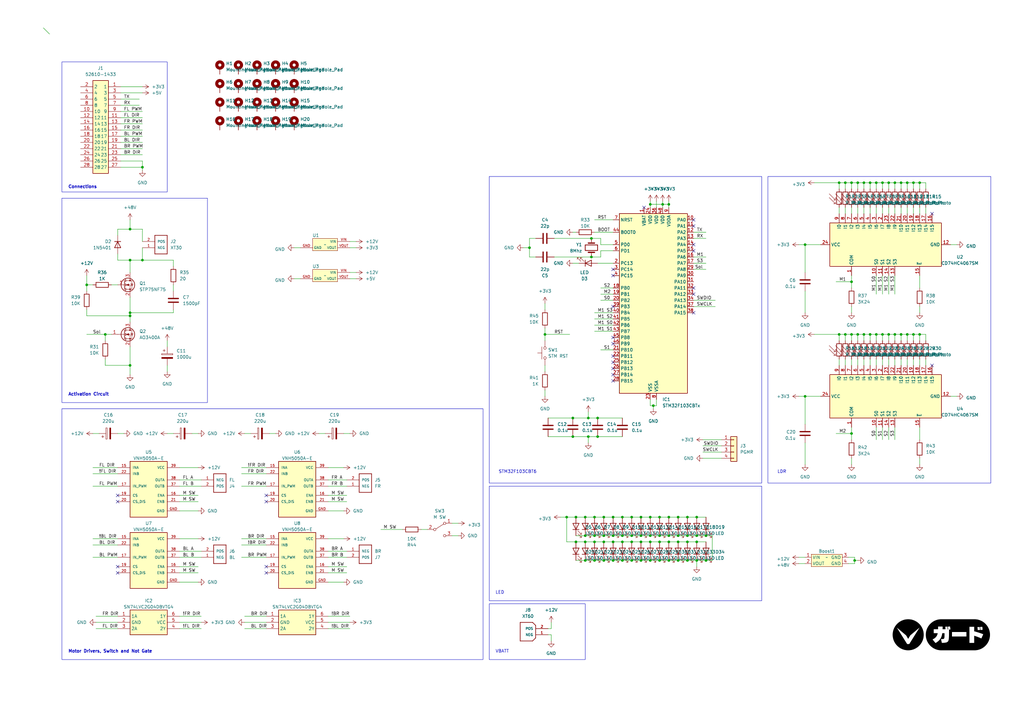
<source format=kicad_sch>
(kicad_sch (version 20230121) (generator eeschema)
  (paper "A3")
  (junction (at 377.19 74.93))
  (junction (at 372.11 137.16))
  (junction (at 274.32 222.25))
  (junction (at 369.57 74.93))
  (junction (at 344.17 137.16))
  (junction (at 346.71 137.16))
  (junction (at 281.94 229.87))
  (junction (at 356.87 137.16))
  (junction (at 243.84 219.71))
  (junction (at 374.65 74.93))
  (junction (at 285.75 222.25))
  (junction (at 240.03 222.25))
  (junction (at 251.46 219.71))
  (junction (at 285.75 219.71))
  (junction (at 241.3 179.07))
  (junction (at 232.41 212.09))
  (junction (at 377.19 137.16))
  (junction (at 346.71 74.93))
  (junction (at 274.32 229.87))
  (junction (at 247.65 222.25))
  (junction (at 349.25 115.57))
  (junction (at 364.49 74.93))
  (junction (at 255.27 222.25))
  (junction (at 234.95 171.45))
  (junction (at 351.79 137.16))
  (junction (at 372.11 74.93))
  (junction (at 266.7 212.09))
  (junction (at 354.33 74.93))
  (junction (at 240.03 229.87))
  (junction (at 247.65 229.87))
  (junction (at 266.7 229.87))
  (junction (at 367.03 74.93))
  (junction (at 217.17 101.6))
  (junction (at 236.22 212.09))
  (junction (at 243.84 212.09))
  (junction (at 274.32 212.09))
  (junction (at 245.11 179.07))
  (junction (at 285.75 229.87))
  (junction (at 240.03 212.09))
  (junction (at 241.3 171.45))
  (junction (at 359.41 137.16))
  (junction (at 271.78 83.82))
  (junction (at 255.27 229.87))
  (junction (at 35.56 116.84))
  (junction (at 278.13 212.09))
  (junction (at 234.95 179.07))
  (junction (at 259.08 229.87))
  (junction (at 53.34 106.68))
  (junction (at 367.03 137.16))
  (junction (at 243.84 222.25))
  (junction (at 350.52 229.87))
  (junction (at 58.42 68.58))
  (junction (at 289.56 219.71))
  (junction (at 43.18 137.16))
  (junction (at 359.41 74.93))
  (junction (at 262.89 212.09))
  (junction (at 243.84 229.87))
  (junction (at 255.27 212.09))
  (junction (at 266.7 222.25))
  (junction (at 251.46 229.87))
  (junction (at 354.33 137.16))
  (junction (at 278.13 222.25))
  (junction (at 274.32 219.71))
  (junction (at 351.79 74.93))
  (junction (at 289.56 229.87))
  (junction (at 247.65 219.71))
  (junction (at 274.32 83.82))
  (junction (at 242.57 97.79))
  (junction (at 278.13 229.87))
  (junction (at 259.08 219.71))
  (junction (at 266.7 219.71))
  (junction (at 361.95 137.16))
  (junction (at 223.52 137.16))
  (junction (at 364.49 137.16))
  (junction (at 53.34 93.98))
  (junction (at 245.11 171.45))
  (junction (at 259.08 212.09))
  (junction (at 270.51 222.25))
  (junction (at 281.94 222.25))
  (junction (at 281.94 219.71))
  (junction (at 278.13 219.71))
  (junction (at 349.25 177.8))
  (junction (at 270.51 219.71))
  (junction (at 236.22 222.25))
  (junction (at 369.57 137.16))
  (junction (at 240.03 219.71))
  (junction (at 285.75 212.09))
  (junction (at 349.25 74.93))
  (junction (at 349.25 137.16))
  (junction (at 58.42 106.68))
  (junction (at 330.2 162.56))
  (junction (at 255.27 219.71))
  (junction (at 251.46 212.09))
  (junction (at 270.51 229.87))
  (junction (at 330.2 100.33))
  (junction (at 361.95 74.93))
  (junction (at 53.34 129.54))
  (junction (at 53.34 149.86))
  (junction (at 374.65 137.16))
  (junction (at 251.46 222.25))
  (junction (at 262.89 219.71))
  (junction (at 247.65 212.09))
  (junction (at 242.57 105.41))
  (junction (at 356.87 74.93))
  (junction (at 344.17 74.93))
  (junction (at 259.08 222.25))
  (junction (at 53.34 128.27))
  (junction (at 262.89 222.25))
  (junction (at 270.51 212.09))
  (junction (at 262.89 229.87))
  (junction (at 267.97 166.37))
  (junction (at 281.94 212.09))
  (junction (at 266.7 83.82))
  (no_connect (at 284.48 102.87))
  (no_connect (at 284.48 118.11))
  (no_connect (at 251.46 125.73))
  (no_connect (at 284.48 128.27))
  (no_connect (at 48.26 232.41))
  (no_connect (at 251.46 148.59))
  (no_connect (at 109.22 203.2))
  (no_connect (at 48.26 234.95))
  (no_connect (at 382.27 149.86))
  (no_connect (at 251.46 153.67))
  (no_connect (at 264.16 85.09))
  (no_connect (at 251.46 156.21))
  (no_connect (at 109.22 205.74))
  (no_connect (at 251.46 146.05))
  (no_connect (at 284.48 100.33))
  (no_connect (at 251.46 113.03))
  (no_connect (at 382.27 87.63))
  (no_connect (at 48.26 203.2))
  (no_connect (at 251.46 140.97))
  (no_connect (at 109.22 232.41))
  (no_connect (at 48.26 205.74))
  (no_connect (at 284.48 92.71))
  (no_connect (at 251.46 138.43))
  (no_connect (at 251.46 110.49))
  (no_connect (at 284.48 120.65))
  (no_connect (at 109.22 234.95))
  (no_connect (at 284.48 90.17))
  (no_connect (at 251.46 151.13))
  (bus_entry (at 17.78 11.43) (size 2.54 2.54))
  (wire (pts (xy 99.06 199.39) (xy 109.22 199.39)))
  (wire (pts (xy 243.84 130.81) (xy 251.46 130.81)))
  (wire (pts (xy 285.75 219.71) (xy 281.94 219.71)))
  (wire (pts (xy 234.95 171.45) (xy 241.3 171.45)))
  (wire (pts (xy 267.97 166.37) (xy 269.24 166.37)))
  (wire (pts (xy 372.11 147.32) (xy 372.11 149.86)))
  (wire (pts (xy 241.3 171.45) (xy 245.11 171.45)))
  (wire (pts (xy 266.7 83.82) (xy 266.7 85.09)))
  (wire (pts (xy 346.71 147.32) (xy 346.71 149.86)))
  (wire (pts (xy 259.08 229.87) (xy 262.89 229.87)))
  (wire (pts (xy 344.17 137.16) (xy 334.01 137.16)))
  (wire (pts (xy 53.34 106.68) (xy 48.26 106.68)))
  (wire (pts (xy 270.51 222.25) (xy 274.32 222.25)))
  (wire (pts (xy 172.72 217.17) (xy 175.26 217.17)))
  (wire (pts (xy 262.89 212.09) (xy 259.08 212.09)))
  (wire (pts (xy 243.84 90.17) (xy 251.46 90.17)))
  (wire (pts (xy 266.7 229.87) (xy 270.51 229.87)))
  (wire (pts (xy 364.49 137.16) (xy 364.49 139.7)))
  (wire (pts (xy 100.33 177.8) (xy 102.87 177.8)))
  (wire (pts (xy 379.73 137.16) (xy 379.73 139.7)))
  (wire (pts (xy 73.66 226.06) (xy 82.55 226.06)))
  (wire (pts (xy 49.53 50.8) (xy 58.42 50.8)))
  (wire (pts (xy 53.34 106.68) (xy 58.42 106.68)))
  (wire (pts (xy 374.65 74.93) (xy 372.11 74.93)))
  (wire (pts (xy 214.63 101.6) (xy 217.17 101.6)))
  (wire (pts (xy 270.51 219.71) (xy 274.32 219.71)))
  (wire (pts (xy 349.25 137.16) (xy 349.25 139.7)))
  (wire (pts (xy 73.66 252.73) (xy 82.55 252.73)))
  (wire (pts (xy 223.52 160.02) (xy 223.52 162.56)))
  (wire (pts (xy 285.75 212.09) (xy 289.56 212.09)))
  (wire (pts (xy 274.32 222.25) (xy 278.13 222.25)))
  (wire (pts (xy 284.48 123.19) (xy 293.37 123.19)))
  (wire (pts (xy 48.26 93.98) (xy 53.34 93.98)))
  (wire (pts (xy 53.34 121.92) (xy 53.34 128.27)))
  (wire (pts (xy 259.08 222.25) (xy 262.89 222.25)))
  (wire (pts (xy 346.71 74.93) (xy 346.71 77.47)))
  (wire (pts (xy 327.66 228.6) (xy 330.2 228.6)))
  (wire (pts (xy 292.1 219.71) (xy 292.1 229.87)))
  (wire (pts (xy 35.56 137.16) (xy 43.18 137.16)))
  (wire (pts (xy 372.11 74.93) (xy 372.11 77.47)))
  (wire (pts (xy 349.25 85.09) (xy 349.25 87.63)))
  (wire (pts (xy 330.2 181.61) (xy 330.2 190.5)))
  (wire (pts (xy 330.2 100.33) (xy 330.2 111.76)))
  (wire (pts (xy 327.66 162.56) (xy 330.2 162.56)))
  (wire (pts (xy 389.89 100.33) (xy 392.43 100.33)))
  (wire (pts (xy 223.52 137.16) (xy 223.52 139.7)))
  (wire (pts (xy 359.41 74.93) (xy 359.41 77.47)))
  (wire (pts (xy 377.19 175.26) (xy 377.19 180.34)))
  (wire (pts (xy 367.03 137.16) (xy 364.49 137.16)))
  (wire (pts (xy 374.65 74.93) (xy 374.65 77.47)))
  (wire (pts (xy 266.7 222.25) (xy 270.51 222.25)))
  (wire (pts (xy 359.41 147.32) (xy 359.41 149.86)))
  (wire (pts (xy 361.95 74.93) (xy 359.41 74.93)))
  (wire (pts (xy 266.7 82.55) (xy 266.7 83.82)))
  (wire (pts (xy 364.49 175.26) (xy 364.49 180.34)))
  (wire (pts (xy 361.95 137.16) (xy 359.41 137.16)))
  (wire (pts (xy 232.41 222.25) (xy 236.22 222.25)))
  (wire (pts (xy 285.75 229.87) (xy 289.56 229.87)))
  (wire (pts (xy 100.33 257.81) (xy 109.22 257.81)))
  (wire (pts (xy 274.32 82.55) (xy 274.32 83.82)))
  (wire (pts (xy 262.89 229.87) (xy 266.7 229.87)))
  (wire (pts (xy 350.52 229.87) (xy 350.52 231.14)))
  (wire (pts (xy 281.94 229.87) (xy 285.75 229.87)))
  (wire (pts (xy 349.25 175.26) (xy 349.25 177.8)))
  (wire (pts (xy 349.25 177.8) (xy 349.25 180.34)))
  (wire (pts (xy 243.84 133.35) (xy 251.46 133.35)))
  (wire (pts (xy 354.33 137.16) (xy 351.79 137.16)))
  (wire (pts (xy 68.58 139.7) (xy 68.58 142.24)))
  (wire (pts (xy 359.41 74.93) (xy 356.87 74.93)))
  (wire (pts (xy 109.22 255.27) (xy 100.33 255.27)))
  (wire (pts (xy 364.49 74.93) (xy 364.49 77.47)))
  (wire (pts (xy 346.71 137.16) (xy 346.71 139.7)))
  (wire (pts (xy 295.91 187.96) (xy 288.29 187.96)))
  (wire (pts (xy 49.53 35.56) (xy 58.42 35.56)))
  (wire (pts (xy 113.03 177.8) (xy 110.49 177.8)))
  (wire (pts (xy 359.41 137.16) (xy 356.87 137.16)))
  (wire (pts (xy 342.9 177.8) (xy 349.25 177.8)))
  (wire (pts (xy 134.62 255.27) (xy 143.51 255.27)))
  (wire (pts (xy 224.79 260.35) (xy 226.06 260.35)))
  (wire (pts (xy 274.32 212.09) (xy 278.13 212.09)))
  (wire (pts (xy 236.22 222.25) (xy 240.03 222.25)))
  (wire (pts (xy 39.37 252.73) (xy 48.26 252.73)))
  (wire (pts (xy 377.19 137.16) (xy 374.65 137.16)))
  (wire (pts (xy 120.65 101.6) (xy 123.19 101.6)))
  (wire (pts (xy 223.52 137.16) (xy 233.68 137.16)))
  (wire (pts (xy 271.78 83.82) (xy 274.32 83.82)))
  (wire (pts (xy 43.18 137.16) (xy 45.72 137.16)))
  (wire (pts (xy 351.79 147.32) (xy 351.79 149.86)))
  (wire (pts (xy 377.19 113.03) (xy 377.19 118.11)))
  (wire (pts (xy 367.03 85.09) (xy 367.03 87.63)))
  (wire (pts (xy 49.53 66.04) (xy 58.42 66.04)))
  (wire (pts (xy 270.51 229.87) (xy 274.32 229.87)))
  (wire (pts (xy 73.66 203.2) (xy 81.28 203.2)))
  (wire (pts (xy 344.17 137.16) (xy 344.17 139.7)))
  (wire (pts (xy 227.33 97.79) (xy 242.57 97.79)))
  (wire (pts (xy 295.91 182.88) (xy 288.29 182.88)))
  (wire (pts (xy 38.1 194.31) (xy 48.26 194.31)))
  (wire (pts (xy 361.95 74.93) (xy 361.95 77.47)))
  (wire (pts (xy 359.41 85.09) (xy 359.41 87.63)))
  (wire (pts (xy 246.38 118.11) (xy 251.46 118.11)))
  (wire (pts (xy 367.03 74.93) (xy 364.49 74.93)))
  (wire (pts (xy 38.1 191.77) (xy 48.26 191.77)))
  (wire (pts (xy 58.42 66.04) (xy 58.42 68.58)))
  (wire (pts (xy 134.62 252.73) (xy 143.51 252.73)))
  (wire (pts (xy 251.46 229.87) (xy 255.27 229.87)))
  (wire (pts (xy 49.53 63.5) (xy 58.42 63.5)))
  (wire (pts (xy 245.11 107.95) (xy 251.46 107.95)))
  (wire (pts (xy 346.71 74.93) (xy 344.17 74.93)))
  (wire (pts (xy 39.37 257.81) (xy 48.26 257.81)))
  (wire (pts (xy 38.1 199.39) (xy 48.26 199.39)))
  (wire (pts (xy 367.03 113.03) (xy 367.03 120.65)))
  (wire (pts (xy 134.62 191.77) (xy 140.97 191.77)))
  (wire (pts (xy 53.34 129.54) (xy 53.34 132.08)))
  (wire (pts (xy 267.97 166.37) (xy 267.97 167.64)))
  (wire (pts (xy 349.25 74.93) (xy 349.25 77.47)))
  (wire (pts (xy 369.57 74.93) (xy 367.03 74.93)))
  (wire (pts (xy 372.11 137.16) (xy 372.11 139.7)))
  (wire (pts (xy 377.19 187.96) (xy 377.19 190.5)))
  (wire (pts (xy 49.53 58.42) (xy 58.42 58.42)))
  (wire (pts (xy 369.57 137.16) (xy 367.03 137.16)))
  (wire (pts (xy 134.62 203.2) (xy 142.24 203.2)))
  (wire (pts (xy 224.79 179.07) (xy 234.95 179.07)))
  (wire (pts (xy 356.87 85.09) (xy 356.87 87.63)))
  (wire (pts (xy 53.34 93.98) (xy 58.42 93.98)))
  (wire (pts (xy 364.49 74.93) (xy 361.95 74.93)))
  (wire (pts (xy 354.33 137.16) (xy 354.33 139.7)))
  (wire (pts (xy 389.89 162.56) (xy 392.43 162.56)))
  (wire (pts (xy 278.13 212.09) (xy 281.94 212.09)))
  (wire (pts (xy 288.29 180.34) (xy 295.91 180.34)))
  (wire (pts (xy 53.34 128.27) (xy 53.34 129.54)))
  (wire (pts (xy 49.53 43.18) (xy 57.15 43.18)))
  (wire (pts (xy 242.57 105.41) (xy 246.38 105.41)))
  (wire (pts (xy 330.2 100.33) (xy 336.55 100.33)))
  (wire (pts (xy 289.56 110.49) (xy 284.48 110.49)))
  (wire (pts (xy 241.3 179.07) (xy 245.11 179.07)))
  (wire (pts (xy 134.62 199.39) (xy 142.24 199.39)))
  (wire (pts (xy 243.84 219.71) (xy 247.65 219.71)))
  (wire (pts (xy 361.95 147.32) (xy 361.95 149.86)))
  (wire (pts (xy 227.33 105.41) (xy 242.57 105.41)))
  (wire (pts (xy 266.7 166.37) (xy 267.97 166.37)))
  (wire (pts (xy 251.46 128.27) (xy 243.84 128.27)))
  (wire (pts (xy 266.7 219.71) (xy 270.51 219.71)))
  (wire (pts (xy 354.33 147.32) (xy 354.33 149.86)))
  (wire (pts (xy 226.06 260.35) (xy 226.06 262.89)))
  (wire (pts (xy 281.94 212.09) (xy 285.75 212.09)))
  (wire (pts (xy 246.38 100.33) (xy 251.46 100.33)))
  (wire (pts (xy 354.33 74.93) (xy 351.79 74.93)))
  (wire (pts (xy 354.33 85.09) (xy 354.33 87.63)))
  (wire (pts (xy 134.62 257.81) (xy 143.51 257.81)))
  (wire (pts (xy 251.46 219.71) (xy 255.27 219.71)))
  (wire (pts (xy 58.42 69.85) (xy 58.42 68.58)))
  (wire (pts (xy 369.57 147.32) (xy 369.57 149.86)))
  (wire (pts (xy 259.08 219.71) (xy 262.89 219.71)))
  (wire (pts (xy 344.17 85.09) (xy 344.17 87.63)))
  (wire (pts (xy 269.24 166.37) (xy 269.24 163.83)))
  (wire (pts (xy 219.71 97.79) (xy 217.17 97.79)))
  (wire (pts (xy 364.49 85.09) (xy 364.49 87.63)))
  (wire (pts (xy 377.19 74.93) (xy 377.19 77.47)))
  (wire (pts (xy 49.53 68.58) (xy 58.42 68.58)))
  (wire (pts (xy 284.48 107.95) (xy 289.56 107.95)))
  (wire (pts (xy 81.28 177.8) (xy 78.74 177.8)))
  (wire (pts (xy 262.89 219.71) (xy 266.7 219.71)))
  (wire (pts (xy 58.42 101.6) (xy 58.42 106.68)))
  (wire (pts (xy 274.32 229.87) (xy 278.13 229.87)))
  (wire (pts (xy 232.41 212.09) (xy 236.22 212.09)))
  (wire (pts (xy 120.65 114.3) (xy 123.19 114.3)))
  (wire (pts (xy 379.73 74.93) (xy 377.19 74.93)))
  (wire (pts (xy 330.2 162.56) (xy 330.2 173.99)))
  (wire (pts (xy 342.9 115.57) (xy 349.25 115.57)))
  (wire (pts (xy 134.62 232.41) (xy 142.24 232.41)))
  (wire (pts (xy 73.66 232.41) (xy 81.28 232.41)))
  (wire (pts (xy 73.66 234.95) (xy 81.28 234.95)))
  (wire (pts (xy 271.78 82.55) (xy 271.78 83.82)))
  (wire (pts (xy 241.3 168.91) (xy 241.3 171.45)))
  (wire (pts (xy 374.65 85.09) (xy 374.65 87.63)))
  (wire (pts (xy 53.34 90.17) (xy 53.34 93.98)))
  (wire (pts (xy 134.62 234.95) (xy 142.24 234.95)))
  (wire (pts (xy 73.66 209.55) (xy 81.28 209.55)))
  (wire (pts (xy 347.98 228.6) (xy 350.52 228.6)))
  (wire (pts (xy 134.62 228.6) (xy 142.24 228.6)))
  (wire (pts (xy 35.56 116.84) (xy 35.56 119.38)))
  (wire (pts (xy 134.62 226.06) (xy 142.24 226.06)))
  (wire (pts (xy 49.53 60.96) (xy 58.42 60.96)))
  (wire (pts (xy 349.25 187.96) (xy 349.25 190.5)))
  (wire (pts (xy 243.84 222.25) (xy 247.65 222.25)))
  (wire (pts (xy 284.48 125.73) (xy 293.37 125.73)))
  (wire (pts (xy 236.22 219.71) (xy 240.03 219.71)))
  (wire (pts (xy 359.41 137.16) (xy 359.41 139.7)))
  (wire (pts (xy 53.34 142.24) (xy 53.34 149.86)))
  (wire (pts (xy 351.79 74.93) (xy 349.25 74.93)))
  (wire (pts (xy 245.11 171.45) (xy 255.27 171.45)))
  (wire (pts (xy 284.48 105.41) (xy 289.56 105.41)))
  (wire (pts (xy 134.62 196.85) (xy 142.24 196.85)))
  (wire (pts (xy 234.95 107.95) (xy 237.49 107.95)))
  (wire (pts (xy 379.73 147.32) (xy 379.73 149.86)))
  (wire (pts (xy 255.27 229.87) (xy 259.08 229.87)))
  (wire (pts (xy 185.42 214.63) (xy 187.96 214.63)))
  (wire (pts (xy 73.66 255.27) (xy 82.55 255.27)))
  (wire (pts (xy 284.48 95.25) (xy 289.56 95.25)))
  (wire (pts (xy 43.18 147.32) (xy 43.18 149.86)))
  (wire (pts (xy 58.42 99.06) (xy 58.42 93.98)))
  (wire (pts (xy 38.1 220.98) (xy 48.26 220.98)))
  (wire (pts (xy 377.19 137.16) (xy 377.19 139.7)))
  (wire (pts (xy 344.17 74.93) (xy 334.01 74.93)))
  (wire (pts (xy 38.1 228.6) (xy 48.26 228.6)))
  (wire (pts (xy 73.66 199.39) (xy 82.55 199.39)))
  (wire (pts (xy 251.46 222.25) (xy 255.27 222.25)))
  (wire (pts (xy 281.94 222.25) (xy 285.75 222.25)))
  (wire (pts (xy 367.03 147.32) (xy 367.03 149.86)))
  (wire (pts (xy 364.49 113.03) (xy 364.49 120.65)))
  (wire (pts (xy 243.84 135.89) (xy 251.46 135.89)))
  (wire (pts (xy 68.58 177.8) (xy 71.12 177.8)))
  (wire (pts (xy 143.51 111.76) (xy 146.05 111.76)))
  (wire (pts (xy 350.52 229.87) (xy 351.79 229.87)))
  (wire (pts (xy 344.17 147.32) (xy 344.17 149.86)))
  (wire (pts (xy 361.95 85.09) (xy 361.95 87.63)))
  (wire (pts (xy 53.34 128.27) (xy 71.12 128.27)))
  (wire (pts (xy 269.24 82.55) (xy 269.24 85.09)))
  (wire (pts (xy 364.49 137.16) (xy 361.95 137.16)))
  (wire (pts (xy 73.66 228.6) (xy 82.55 228.6)))
  (wire (pts (xy 359.41 175.26) (xy 359.41 180.34)))
  (wire (pts (xy 143.51 101.6) (xy 146.05 101.6)))
  (wire (pts (xy 236.22 95.25) (xy 234.95 95.25)))
  (wire (pts (xy 284.48 97.79) (xy 289.56 97.79)))
  (wire (pts (xy 242.57 97.79) (xy 246.38 97.79)))
  (wire (pts (xy 143.51 177.8) (xy 140.97 177.8)))
  (wire (pts (xy 367.03 137.16) (xy 367.03 139.7)))
  (wire (pts (xy 251.46 212.09) (xy 255.27 212.09)))
  (wire (pts (xy 38.1 177.8) (xy 40.64 177.8)))
  (wire (pts (xy 134.62 238.76) (xy 140.97 238.76)))
  (wire (pts (xy 99.06 220.98) (xy 109.22 220.98)))
  (wire (pts (xy 50.8 177.8) (xy 48.26 177.8)))
  (wire (pts (xy 349.25 137.16) (xy 346.71 137.16)))
  (wire (pts (xy 356.87 137.16) (xy 354.33 137.16)))
  (wire (pts (xy 327.66 100.33) (xy 330.2 100.33)))
  (wire (pts (xy 351.79 137.16) (xy 351.79 139.7)))
  (wire (pts (xy 367.03 74.93) (xy 367.03 77.47)))
  (wire (pts (xy 247.65 212.09) (xy 251.46 212.09)))
  (wire (pts (xy 347.98 231.14) (xy 350.52 231.14)))
  (wire (pts (xy 349.25 74.93) (xy 346.71 74.93)))
  (wire (pts (xy 243.84 212.09) (xy 247.65 212.09)))
  (wire (pts (xy 68.58 149.86) (xy 68.58 152.4)))
  (wire (pts (xy 73.66 205.74) (xy 81.28 205.74)))
  (wire (pts (xy 73.66 238.76) (xy 81.28 238.76)))
  (wire (pts (xy 99.06 228.6) (xy 109.22 228.6)))
  (wire (pts (xy 247.65 229.87) (xy 251.46 229.87)))
  (wire (pts (xy 53.34 106.68) (xy 53.34 111.76)))
  (wire (pts (xy 49.53 40.64) (xy 57.15 40.64)))
  (wire (pts (xy 100.33 252.73) (xy 109.22 252.73)))
  (wire (pts (xy 134.62 205.74) (xy 142.24 205.74)))
  (wire (pts (xy 35.56 129.54) (xy 53.34 129.54)))
  (wire (pts (xy 349.25 147.32) (xy 349.25 149.86)))
  (wire (pts (xy 35.56 127) (xy 35.56 129.54)))
  (wire (pts (xy 134.62 220.98) (xy 140.97 220.98)))
  (wire (pts (xy 246.38 123.19) (xy 251.46 123.19)))
  (wire (pts (xy 234.95 179.07) (xy 241.3 179.07)))
  (wire (pts (xy 43.18 149.86) (xy 53.34 149.86)))
  (wire (pts (xy 356.87 137.16) (xy 356.87 139.7)))
  (wire (pts (xy 356.87 74.93) (xy 356.87 77.47)))
  (wire (pts (xy 372.11 74.93) (xy 369.57 74.93)))
  (wire (pts (xy 327.66 231.14) (xy 330.2 231.14)))
  (wire (pts (xy 374.65 147.32) (xy 374.65 149.86)))
  (wire (pts (xy 266.7 163.83) (xy 266.7 166.37)))
  (wire (pts (xy 143.51 114.3) (xy 146.05 114.3)))
  (wire (pts (xy 354.33 74.93) (xy 354.33 77.47)))
  (wire (pts (xy 38.1 223.52) (xy 48.26 223.52)))
  (wire (pts (xy 243.84 95.25) (xy 251.46 95.25)))
  (wire (pts (xy 223.52 124.46) (xy 223.52 127)))
  (wire (pts (xy 240.03 229.87) (xy 243.84 229.87)))
  (wire (pts (xy 223.52 134.62) (xy 223.52 137.16)))
  (wire (pts (xy 330.2 119.38) (xy 330.2 128.27)))
  (wire (pts (xy 49.53 55.88) (xy 58.42 55.88)))
  (wire (pts (xy 377.19 147.32) (xy 377.19 149.86)))
  (wire (pts (xy 350.52 228.6) (xy 350.52 229.87)))
  (wire (pts (xy 289.56 229.87) (xy 292.1 229.87)))
  (wire (pts (xy 369.57 85.09) (xy 369.57 87.63)))
  (wire (pts (xy 143.51 99.06) (xy 146.05 99.06)))
  (wire (pts (xy 71.12 106.68) (xy 71.12 109.22)))
  (wire (pts (xy 266.7 83.82) (xy 271.78 83.82)))
  (wire (pts (xy 377.19 74.93) (xy 374.65 74.93)))
  (wire (pts (xy 99.06 191.77) (xy 109.22 191.77)))
  (wire (pts (xy 377.19 137.16) (xy 379.73 137.16)))
  (wire (pts (xy 73.66 257.81) (xy 82.55 257.81)))
  (wire (pts (xy 241.3 179.07) (xy 241.3 181.61)))
  (wire (pts (xy 372.11 85.09) (xy 372.11 87.63)))
  (wire (pts (xy 262.89 212.09) (xy 266.7 212.09)))
  (wire (pts (xy 351.79 74.93) (xy 351.79 77.47)))
  (wire (pts (xy 243.84 229.87) (xy 247.65 229.87)))
  (wire (pts (xy 45.72 116.84) (xy 48.26 116.84)))
  (wire (pts (xy 224.79 171.45) (xy 234.95 171.45)))
  (wire (pts (xy 99.06 223.52) (xy 109.22 223.52)))
  (wire (pts (xy 356.87 147.32) (xy 356.87 149.86)))
  (wire (pts (xy 240.03 222.25) (xy 243.84 222.25)))
  (wire (pts (xy 246.38 143.51) (xy 251.46 143.51)))
  (wire (pts (xy 226.06 255.27) (xy 226.06 257.81)))
  (wire (pts (xy 270.51 212.09) (xy 274.32 212.09)))
  (wire (pts (xy 217.17 101.6) (xy 217.17 105.41)))
  (wire (pts (xy 58.42 106.68) (xy 71.12 106.68)))
  (wire (pts (xy 285.75 229.87) (xy 285.75 232.41)))
  (wire (pts (xy 285.75 222.25) (xy 289.56 222.25)))
  (wire (pts (xy 349.25 125.73) (xy 349.25 128.27)))
  (wire (pts (xy 278.13 229.87) (xy 281.94 229.87)))
  (wire (pts (xy 266.7 212.09) (xy 270.51 212.09)))
  (wire (pts (xy 289.56 219.71) (xy 285.75 219.71)))
  (wire (pts (xy 278.13 219.71) (xy 274.32 219.71)))
  (wire (pts (xy 356.87 74.93) (xy 354.33 74.93)))
  (wire (pts (xy 217.17 97.79) (xy 217.17 101.6)))
  (wire (pts (xy 246.38 102.87) (xy 251.46 102.87)))
  (wire (pts (xy 246.38 105.41) (xy 246.38 102.87)))
  (wire (pts (xy 379.73 77.47) (xy 379.73 74.93)))
  (wire (pts (xy 245.11 179.07) (xy 255.27 179.07)))
  (wire (pts (xy 372.11 137.16) (xy 369.57 137.16)))
  (wire (pts (xy 73.66 191.77) (xy 81.28 191.77)))
  (wire (pts (xy 232.41 222.25) (xy 232.41 212.09)))
  (wire (pts (xy 240.03 212.09) (xy 243.84 212.09)))
  (wire (pts (xy 369.57 74.93) (xy 369.57 77.47)))
  (wire (pts (xy 364.49 147.32) (xy 364.49 149.86)))
  (wire (pts (xy 359.41 113.03) (xy 359.41 120.65)))
  (wire (pts (xy 374.65 137.16) (xy 374.65 139.7)))
  (wire (pts (xy 73.66 196.85) (xy 82.55 196.85)))
  (wire (pts (xy 99.06 194.31) (xy 109.22 194.31)))
  (wire (pts (xy 43.18 137.16) (xy 43.18 139.7)))
  (wire (pts (xy 271.78 83.82) (xy 271.78 85.09)))
  (wire (pts (xy 367.03 175.26) (xy 367.03 180.34)))
  (wire (pts (xy 48.26 106.68) (xy 48.26 104.14)))
  (wire (pts (xy 130.81 177.8) (xy 133.35 177.8)))
  (wire (pts (xy 281.94 219.71) (xy 278.13 219.71)))
  (wire (pts (xy 292.1 219.71) (xy 289.56 219.71)))
  (wire (pts (xy 229.87 212.09) (xy 232.41 212.09)))
  (wire (pts (xy 255.27 212.09) (xy 259.08 212.09)))
  (wire (pts (xy 377.19 125.73) (xy 377.19 128.27)))
  (wire (pts (xy 49.53 53.34) (xy 58.42 53.34)))
  (wire (pts (xy 247.65 219.71) (xy 251.46 219.71)))
  (wire (pts (xy 349.25 115.57) (xy 349.25 118.11)))
  (wire (pts (xy 349.25 113.03) (xy 349.25 115.57)))
  (wire (pts (xy 361.95 137.16) (xy 361.95 139.7)))
  (wire (pts (xy 247.65 222.25) (xy 251.46 222.25)))
  (wire (pts (xy 344.17 74.93) (xy 344.17 77.47)))
  (wire (pts (xy 185.42 219.71) (xy 187.96 219.71)))
  (wire (pts (xy 156.21 217.17) (xy 165.1 217.17)))
  (wire (pts (xy 346.71 85.09) (xy 346.71 87.63)))
  (wire (pts (xy 255.27 219.71) (xy 259.08 219.71)))
  (wire (pts (xy 49.53 45.72) (xy 58.42 45.72)))
  (wire (pts (xy 361.95 113.03) (xy 361.95 120.65)))
  (wire (pts (xy 379.73 85.09) (xy 379.73 87.63)))
  (wire (pts (xy 71.12 116.84) (xy 71.12 119.38)))
  (wire (pts (xy 246.38 120.65) (xy 251.46 120.65)))
  (wire (pts (xy 53.34 149.86) (xy 53.34 153.67)))
  (wire (pts (xy 377.19 85.09) (xy 377.19 87.63)))
  (wire (pts (xy 351.79 137.16) (xy 349.25 137.16)))
  (wire (pts (xy 330.2 162.56) (xy 336.55 162.56)))
  (wire (pts (xy 38.1 116.84) (xy 35.56 116.84)))
  (wire (pts (xy 134.62 209.55) (xy 140.97 209.55)))
  (wire (pts (xy 48.26 93.98) (xy 48.26 96.52)))
  (wire (pts (xy 223.52 152.4) (xy 223.52 149.86)))
  (wire (pts (xy 246.38 97.79) (xy 246.38 100.33)))
  (wire (pts (xy 49.53 48.26) (xy 58.42 48.26)))
  (wire (pts (xy 361.95 175.26) (xy 361.95 180.34)))
  (wire (pts (xy 35.56 113.03) (xy 35.56 116.84)))
  (wire (pts (xy 369.57 137.16) (xy 369.57 139.7)))
  (wire (pts (xy 217.17 105.41) (xy 219.71 105.41)))
  (wire (pts (xy 295.91 185.42) (xy 288.29 185.42)))
  (wire (pts (xy 262.89 222.25) (xy 266.7 222.25)))
  (wire (pts (xy 274.32 83.82) (xy 274.32 85.09)))
  (wire (pts (xy 224.79 257.81) (xy 226.06 257.81)))
  (wire (pts (xy 351.79 85.09) (xy 351.79 87.63)))
  (wire (pts (xy 346.71 137.16) (xy 344.17 137.16)))
  (wire (pts (xy 255.27 222.25) (xy 259.08 222.25)))
  (wire (pts (xy 278.13 222.25) (xy 281.94 222.25)))
  (wire (pts (xy 71.12 127) (xy 71.12 128.27)))
  (wire (pts (xy 374.65 137.16) (xy 372.11 137.16)))
  (wire (pts (xy 73.66 220.98) (xy 81.28 220.98)))
  (wire (pts (xy 240.03 219.71) (xy 243.84 219.71)))
  (wire (pts (xy 48.26 255.27) (xy 39.37 255.27)))
  (wire (pts (xy 236.22 212.09) (xy 240.03 212.09)))
  (wire (pts (xy 236.22 229.87) (xy 240.03 229.87)))
  (wire (pts (xy 49.53 38.1) (xy 58.42 38.1)))
  (rectangle (start 200.66 72.39) (end 312.42 198.12))
  (rectangle (start 25.4 81.28) (end 85.09 165.1))
  (rectangle (start 25.4 25.4) (end 68.58 78.74))
  (rectangle (start 200.66 247.65) (end 240.03 270.51))
  (rectangle (start 200.66 199.39) (end 312.42 246.38))
  (rectangle (start 314.96 72.39) (end 406.4 198.12))
  (rectangle (start 25.4 167.64) (end 198.12 270.51))
  (image (at 386.08 260.35) (scale 0.139323))
  (text "STM32F103CBT6" (at 204.47 194.31 0) (effects (font (size 1.27 1.27)) (justify left bottom)))
  (text "LDR" (at 318.77 194.31 0) (effects (font (size 1.27 1.27)) (justify left bottom)))
  (text "Connections" (at 27.94 77.47 0) (effects (font (size 1.27 1.27) (thickness 0.254) bold) (justify left bottom)))
  (text "Activation Circuit" (at 27.94 162.56 0) (effects (font (size 1.27 1.27) bold) (justify left bottom)))
  (text "LED" (at 203.2 243.84 0) (effects (font (size 1.27 1.27)) (justify left bottom)))
  (text "Motor Drivers, Switch and Not Gate" (at 27.94 267.97 0) (effects (font (size 1.27 1.27) bold) (justify left bottom)))
  (text "VBATT" (at 203.2 267.97 0) (effects (font (size 1.27 1.27)) (justify left bottom)))
  (label "FR PWM" (at 50.8 50.8 0))
  (label "M1 S1" (at 245.11 135.89 0))
  (label "M1" (at 285.75 105.41 0))
  (label "BL DIR" (at 50.8 58.42 0))
  (label "S3" (at 367.03 179.07 90))
  (label "M2" (at 344.17 177.8 0))
  (label "TX" (at 285.75 95.25 0))
  (label "BR DIR" (at 50.8 63.5 0))
  (label "M2" (at 247.65 120.65 0))
  (label "!BL DIR" (at 135.89 257.81 0))
  (label "M SW" (at 74.93 203.2 0))
  (label "M1" (at 344.17 115.57 0))
  (label "S0" (at 359.41 179.07 90))
  (label "SWCLK" (at 294.64 185.42 180))
  (label "M1 S2" (at 245.11 130.81 0))
  (label "M1 S0" (at 359.41 119.38 90))
  (label "FL DIR" (at 41.91 257.81 0))
  (label "S1" (at 247.65 143.51 0))
  (label "RST" (at 245.11 90.17 0))
  (label "S2" (at 247.65 118.11 0))
  (label "M1 S1" (at 361.95 119.38 90))
  (label "S3" (at 285.75 107.95 0))
  (label "BL A" (at 74.93 226.06 0))
  (label "FL PWM" (at 50.8 45.72 0))
  (label "M1 S3" (at 367.03 119.38 90))
  (label "FL DIR" (at 50.8 48.26 0))
  (label "BL B" (at 74.93 228.6 0))
  (label "!FR DIR" (at 74.93 252.73 0))
  (label "FR A" (at 135.89 196.85 0))
  (label "RX" (at 50.8 43.18 0))
  (label "FL DIR" (at 40.64 191.77 0))
  (label "BR B" (at 135.89 228.6 0))
  (label "!FL DIR" (at 40.64 194.31 0))
  (label "FR DIR" (at 50.8 53.34 0))
  (label "BR PWM" (at 101.6 228.6 0))
  (label "BL PWM" (at 40.64 228.6 0))
  (label "SWDIO" (at 285.75 123.19 0))
  (label "M1 S3" (at 245.11 128.27 0))
  (label "TX" (at 50.8 40.64 0))
  (label "Sol" (at 288.29 110.49 180))
  (label "M SW" (at 135.89 205.74 0))
  (label "SWCLK" (at 285.75 125.73 0))
  (label "BL DIR" (at 40.64 223.52 0))
  (label "M1 S2" (at 364.49 119.38 90))
  (label "M SW" (at 162.56 217.17 180))
  (label "BL PWM" (at 50.8 55.88 0))
  (label "M SW" (at 135.89 234.95 0))
  (label "SWDIO" (at 294.64 182.88 180))
  (label "RX" (at 285.75 97.79 0))
  (label "S2" (at 364.49 179.07 90))
  (label "!FR DIR" (at 101.6 191.77 0))
  (label "FR PWM" (at 101.6 199.39 0))
  (label "M SW" (at 135.89 203.2 0))
  (label "M1 S0" (at 245.11 133.35 0))
  (label "BR DIR" (at 101.6 220.98 0))
  (label "FL PWM" (at 40.64 199.39 0))
  (label "BR DIR" (at 102.87 252.73 0))
  (label "FL B" (at 74.93 199.39 0))
  (label "!BL DIR" (at 40.64 220.98 0))
  (label "S0" (at 247.65 123.19 0))
  (label "M SW" (at 74.93 205.74 0))
  (label "S1" (at 361.95 179.07 90))
  (label "FR DIR" (at 101.6 194.31 0))
  (label "BL DIR" (at 102.87 257.81 0))
  (label "BOOT" (at 245.11 95.25 0))
  (label "M SW" (at 74.93 232.41 0))
  (label "FR DIR" (at 41.91 252.73 0))
  (label "BR A" (at 135.89 226.06 0))
  (label "!BR DIR" (at 135.89 252.73 0))
  (label "FR B" (at 135.89 199.39 0))
  (label "M SW" (at 74.93 234.95 0))
  (label "M SW" (at 135.89 232.41 0))
  (label "FL A" (at 74.93 196.85 0))
  (label "!FL DIR" (at 74.93 257.81 0))
  (label "BR PWM" (at 50.8 60.96 0))
  (label "RST" (at 227.33 137.16 0))
  (label "Sol" (at 38.1 137.16 0))
  (label "!BR DIR" (at 101.6 223.52 0))
  (symbol (lib_id "power:GND") (at 100.33 255.27 270) (unit 1)
    (property "Reference" "#PWR020" (effects hide))
    (property "Value" "GND" (at 96.52 255.27 90) (effects (justify right)))
  )
  (symbol (lib_id "Device:LED") (at 243.84 215.9 90) (unit 1)
    (property "Reference" "D7" (at 247.65 216.2175 90) (effects (justify right)))
    (property "Value" "LED" (at 247.65 218.7575 90) (effects (justify right)))
    (property "Footprint" "footprints:LED-3528" (effects hide))
  )
  (symbol (lib_id "Mechanical:MountingHole_Pad") (at 113.03 43.18 0) (unit 1)
    (property "Reference" "H14" (at 115.57 41.275 0) (effects (justify left)))
    (property "Value" "MountingHole_Pad" (at 115.57 43.815 0) (effects (justify left)))
    (property "Footprint" "MountingHole:MountingHole_3.2mm_M3_Pad_Via" (effects hide))
  )
  (symbol (lib_id "Device:LED") (at 270.51 226.06 90) (unit 1)
    (property "Reference" "D29" (at 274.32 226.3775 90) (effects (justify right)))
    (property "Value" "LED" (at 274.32 228.9175 90) (effects (justify right)))
    (property "Footprint" "footprints:LED-3528" (effects hide))
  )
  (symbol (lib_id "power:+3V3") (at 271.78 82.55 0) (unit 1)
    (property "Reference" "#PWR09" (effects hide))
    (property "Value" "+3V3" (at 271.78 77.47 0))
  )
  (symbol (lib_id "power:+3V3") (at 82.55 255.27 270) (mirror x) (unit 1)
    (property "Reference" "#PWR031" (effects hide))
    (property "Value" "+3V3" (at 86.36 255.27 90) (effects (justify left)))
  )
  (symbol (lib_id "Mechanical:MountingHole_Pad") (at 97.79 43.18 0) (unit 1)
    (property "Reference" "H12" (at 100.33 41.275 0) (effects (justify left)))
    (property "Value" "MountingHole_Pad" (at 100.33 43.815 0) (effects (justify left)))
    (property "Footprint" "MountingHole:MountingHole_3.2mm_M3_Pad_Via" (effects hide))
  )
  (symbol (lib_id "VNH5050A-E:VNH5050A-E") (at 60.96 200.66 0) (unit 1)
    (property "Reference" "U5" (at 60.96 185.42 0))
    (property "Value" "VNH5050A-E" (at 60.96 187.96 0))
    (property "Footprint" "footprints:SOP50P1030X247-39N" (effects hide))
    (property "Datasheet" "https://www.st.com/resource/en/datasheet/vnh5050a-e.pdf" (effects hide))
    (property "MANUFACTURER" "ST Microelectronics" (effects hide))
  )
  (symbol (lib_id "power:GND") (at 241.3 181.61 0) (unit 1)
    (property "Reference" "#PWR053" (effects hide))
    (property "Value" "GND" (at 241.3 186.69 0))
  )
  (symbol (lib_id "power:+3V3") (at 266.7 82.55 0) (unit 1)
    (property "Reference" "#PWR07" (effects hide))
    (property "Value" "+3V3" (at 266.7 77.47 0))
  )
  (symbol (lib_id "Device:R_Photo") (at 354.33 81.28 0) (unit 1)
    (property "Reference" "R5" (at 356.87 80.645 0) (effects (justify left)))
    (property "Value" "R_Photo" (at 356.87 83.185 0) (effects (justify left)))
    (property "Footprint" "footprints:ALS-PT19" (effects hide))
  )
  (symbol (lib_id "power:GND") (at 288.29 187.96 270) (mirror x) (unit 1)
    (property "Reference" "#PWR052" (effects hide))
    (property "Value" "GND" (at 284.48 187.96 90) (effects (justify right)))
  )
  (symbol (lib_id "power:GND") (at 39.37 255.27 270) (unit 1)
    (property "Reference" "#PWR028" (effects hide))
    (property "Value" "GND" (at 35.56 255.27 90) (effects (justify right)))
  )
  (symbol (lib_id "Device:R") (at 43.18 143.51 0) (unit 1)
    (property "Reference" "R31" (at 40.64 142.24 0) (effects (justify right)))
    (property "Value" "10K" (at 40.64 144.78 0) (effects (justify right)))
    (property "Footprint" "footprints:res0603" (effects hide))
  )
  (symbol (lib_id "power:GND") (at 187.96 219.71 90) (unit 1)
    (property "Reference" "#PWR063" (effects hide))
    (property "Value" "GND" (at 191.77 219.71 90) (effects (justify right)))
  )
  (symbol (lib_id "Mechanical:MountingHole_Pad") (at 113.03 50.8 0) (unit 1)
    (property "Reference" "H19" (at 115.57 48.895 0) (effects (justify left)))
    (property "Value" "MountingHole_Pad" (at 115.57 51.435 0) (effects (justify left)))
    (property "Footprint" "MountingHole:MountingHole_3.2mm_M3_Pad_Via" (effects hide))
  )
  (symbol (lib_id "Device:R_Photo") (at 372.11 81.28 0) (unit 1)
    (property "Reference" "R12" (at 374.65 80.645 0) (effects (justify left)))
    (property "Value" "R_Photo" (at 374.65 83.185 0) (effects (justify left)))
    (property "Footprint" "footprints:ALS-PT19" (effects hide))
  )
  (symbol (lib_id "Device:LED") (at 274.32 226.06 90) (unit 1)
    (property "Reference" "D30" (at 278.13 226.3775 90) (effects (justify right)))
    (property "Value" "LED" (at 278.13 228.9175 90) (effects (justify right)))
    (property "Footprint" "footprints:LED-3528" (effects hide))
  )
  (symbol (lib_id "power:+3V3") (at 146.05 101.6 270) (unit 1)
    (property "Reference" "#PWR05" (effects hide))
    (property "Value" "+3V3" (at 149.86 101.6 90) (effects (justify left)))
  )
  (symbol (lib_id "Device:LED") (at 243.84 226.06 90) (unit 1)
    (property "Reference" "D22" (at 247.65 226.3775 90) (effects (justify right)))
    (property "Value" "LED" (at 247.65 228.9175 90) (effects (justify right)))
    (property "Footprint" "footprints:LED-3528" (effects hide))
  )
  (symbol (lib_id "power:+3V3") (at 288.29 180.34 90) (mirror x) (unit 1)
    (property "Reference" "#PWR043" (effects hide))
    (property "Value" "+3V3" (at 284.48 180.34 90) (effects (justify left)))
  )
  (symbol (lib_id "Device:R") (at 349.25 184.15 180) (unit 1)
    (property "Reference" "R42" (at 351.79 183.515 0) (effects (justify right)))
    (property "Value" "3K24" (at 351.79 186.055 0) (effects (justify right)))
    (property "Footprint" "footprints:res0603" (effects hide))
  )
  (symbol (lib_id "Switch:SW_Push") (at 223.52 144.78 90) (unit 1)
    (property "Reference" "SW1" (at 224.79 143.5099 90) (effects (justify right)))
    (property "Value" "STM RST" (at 224.79 146.0499 90) (effects (justify right)))
    (property "Footprint" "footprints:SW_PUSH_SPST" (effects hide))
  )
  (symbol (lib_id "power:+12V") (at 140.97 220.98 270) (unit 1)
    (property "Reference" "#PWR065" (effects hide))
    (property "Value" "+12V" (at 144.78 220.98 90) (effects (justify left)))
  )
  (symbol (lib_id "AMASS-Connector:XT30-F") (at 87.63 227.33 0) (unit 1)
    (property "Reference" "J6" (at 93.98 226.06 0) (effects (justify left)))
    (property "Value" "BL" (at 93.98 228.6 0) (effects (justify left)))
    (property "Footprint" "footprints:AMASS_XT30-F" (effects hide))
    (property "MANUFACTURER" "AMASS" (effects hide))
    (property "PARTREV" "V1.2" (effects hide))
    (property "STANDARD" "IPC 7351B" (effects hide))
    (property "MAXIMUM_PACKAGE_HEIGHT" "16.00 mm" (effects hide))
  )
  (symbol (lib_id "power:GND") (at 214.63 101.6 270) (unit 1)
    (property "Reference" "#PWR017" (effects hide))
    (property "Value" "GND" (at 210.82 101.6 90) (effects (justify right)))
  )
  (symbol (lib_id "Device:LED") (at 247.65 226.06 90) (unit 1)
    (property "Reference" "D23" (at 251.46 226.3775 90) (effects (justify right)))
    (property "Value" "LED" (at 251.46 228.9175 90) (effects (justify right)))
    (property "Footprint" "footprints:LED-3528" (effects hide))
  )
  (symbol (lib_id "Mechanical:MountingHole_Pad") (at 105.41 50.8 0) (unit 1)
    (property "Reference" "H18" (at 107.95 48.895 0) (effects (justify left)))
    (property "Value" "MountingHole_Pad" (at 107.95 51.435 0) (effects (justify left)))
    (property "Footprint" "MountingHole:MountingHole_3.2mm_M3_Pad_Via" (effects hide))
  )
  (symbol (lib_id "Device:C") (at 71.12 123.19 0) (unit 1)
    (property "Reference" "C7" (at 74.93 121.92 0) (effects (justify left)))
    (property "Value" "1500pF" (at 74.93 124.46 0) (effects (justify left)))
    (property "Footprint" "footprints:cap0603" (effects hide))
  )
  (symbol (lib_id "Device:LED") (at 281.94 226.06 90) (unit 1)
    (property "Reference" "D32" (at 285.75 226.3775 90) (effects (justify right)))
    (property "Value" "LED" (at 285.75 228.9175 90) (effects (justify right)))
    (property "Footprint" "footprints:LED-3528" (effects hide))
  )
  (symbol (lib_id "Mechanical:MountingHole_Pad") (at 90.17 43.18 0) (unit 1)
    (property "Reference" "H11" (at 92.71 41.275 0) (effects (justify left)))
    (property "Value" "MountingHole_Pad" (at 92.71 43.815 0) (effects (justify left)))
    (property "Footprint" "MountingHole:MountingHole_3.2mm_M3_Pad_Via" (effects hide))
  )
  (symbol (lib_id "Device:R_Photo") (at 346.71 81.28 0) (unit 1)
    (property "Reference" "R2" (at 349.25 80.645 0) (effects (justify left)))
    (property "Value" "R_Photo" (at 349.25 83.185 0) (effects (justify left)))
    (property "Footprint" "footprints:ALS-PT19" (effects hide))
  )
  (symbol (lib_id "power:GND") (at 113.03 177.8 90) (unit 1)
    (property "Reference" "#PWR049" (effects hide))
    (property "Value" "GND" (at 116.84 177.8 90) (effects (justify right)))
  )
  (symbol (lib_id "Device:R_Photo") (at 369.57 81.28 0) (unit 1)
    (property "Reference" "R11" (at 372.11 80.645 0) (effects (justify left)))
    (property "Value" "R_Photo" (at 372.11 83.185 0) (effects (justify left)))
    (property "Footprint" "footprints:ALS-PT19" (effects hide))
  )
  (symbol (lib_id "Device:LED") (at 274.32 215.9 90) (unit 1)
    (property "Reference" "D15" (at 278.13 216.2175 90) (effects (justify right)))
    (property "Value" "LED" (at 278.13 218.7575 90) (effects (justify right)))
    (property "Footprint" "footprints:LED-3528" (effects hide))
  )
  (symbol (lib_id "Device:C") (at 224.79 175.26 0) (unit 1)
    (property "Reference" "C12" (at 228.6 173.99 0) (effects (justify left)))
    (property "Value" "0.1u" (at 228.6 176.53 0) (effects (justify left)))
    (property "Footprint" "footprints:cap0603" (effects hide))
  )
  (symbol (lib_id "Diode:1N5401") (at 48.26 100.33 90) (mirror x) (unit 1)
    (property "Reference" "D2" (at 45.72 99.06 90) (effects (justify left)))
    (property "Value" "1N5401" (at 45.72 101.6 90) (effects (justify left)))
    (property "Footprint" "Diode_THT:D_DO-201AD_P15.24mm_Horizontal" (effects hide))
    (property "Datasheet" "http://www.vishay.com/docs/88516/1n5400.pdf" (effects hide))
    (property "Sim.Device" "D" (effects hide))
    (property "Sim.Pins" "1=K 2=A" (effects hide))
  )
  (symbol (lib_id "power:+48V") (at 327.66 231.14 90) (unit 1)
    (property "Reference" "#PWR079" (effects hide))
    (property "Value" "+48V" (at 323.85 231.775 90) (effects (justify left)))
  )
  (symbol (lib_id "Device:R_Photo") (at 359.41 143.51 0) (unit 1)
    (property "Reference" "R22" (at 361.95 142.875 0) (effects (justify left)))
    (property "Value" "R_Photo" (at 361.95 145.415 0) (effects (justify left)))
    (property "Footprint" "footprints:ALS-PT19" (effects hide))
  )
  (symbol (lib_id "power:GND") (at 349.25 190.5 0) (unit 1)
    (property "Reference" "#PWR055" (effects hide))
    (property "Value" "GND" (at 349.25 195.58 0))
  )
  (symbol (lib_id "power:GND") (at 81.28 238.76 90) (unit 1)
    (property "Reference" "#PWR067" (effects hide))
    (property "Value" "GND" (at 85.09 238.76 90) (effects (justify right)))
  )
  (symbol (lib_id "Device:LED") (at 255.27 226.06 90) (unit 1)
    (property "Reference" "D25" (at 259.08 226.3775 90) (effects (justify right)))
    (property "Value" "LED" (at 259.08 228.9175 90) (effects (justify right)))
    (property "Footprint" "footprints:LED-3528" (effects hide))
  )
  (symbol (lib_id "power:GND") (at 81.28 177.8 90) (unit 1)
    (property "Reference" "#PWR047" (effects hide))
    (property "Value" "GND" (at 85.09 177.8 90) (effects (justify right)))
  )
  (symbol (lib_id "Device:R_Photo") (at 379.73 81.28 0) (unit 1)
    (property "Reference" "R15" (at 382.27 80.645 0) (effects (justify left)))
    (property "Value" "R_Photo" (at 382.27 83.185 0) (effects (justify left)))
    (property "Footprint" "footprints:ALS-PT19" (effects hide))
  )
  (symbol (lib_id "power:+12V") (at 226.06 255.27 0) (unit 1)
    (property "Reference" "#PWR073" (effects hide))
    (property "Value" "+12V" (at 226.06 250.19 0))
  )
  (symbol (lib_id "Mechanical:MountingHole_Pad") (at 90.17 35.56 0) (unit 1)
    (property "Reference" "H6" (at 92.71 33.655 0) (effects (justify left)))
    (property "Value" "MountingHole_Pad" (at 92.71 36.195 0) (effects (justify left)))
    (property "Footprint" "MountingHole:MountingHole_3.2mm_M3_Pad_Via" (effects hide))
  )
  (symbol (lib_id "Device:C") (at 223.52 97.79 270) (unit 1)
    (property "Reference" "C4" (at 223.52 90.17 90))
    (property "Value" "22p" (at 223.52 92.71 90))
    (property "Footprint" "footprints:cap0603" (effects hide))
  )
  (symbol (lib_id "power:GND") (at 349.25 128.27 0) (unit 1)
    (property "Reference" "#PWR026" (effects hide))
    (property "Value" "GND" (at 349.25 133.35 0))
  )
  (symbol (lib_id "Device:LED") (at 289.56 215.9 90) (unit 1)
    (property "Reference" "D19" (at 293.37 216.2175 90) (effects (justify right)))
    (property "Value" "LED" (at 293.37 218.7575 90) (effects (justify right)))
    (property "Footprint" "footprints:LED-3528" (effects hide))
  )
  (symbol (lib_id "Mechanical:MountingHole_Pad") (at 97.79 27.94 0) (unit 1)
    (property "Reference" "H2" (at 100.33 26.035 0) (effects (justify left)))
    (property "Value" "MountingHole_Pad" (at 100.33 28.575 0) (effects (justify left)))
    (property "Footprint" "MountingHole:MountingHole_3.2mm_M3_Pad_Via" (effects hide))
  )
  (symbol (lib_id "Mechanical:MountingHole_Pad") (at 120.65 35.56 0) (unit 1)
    (property "Reference" "H10" (at 123.19 33.655 0) (effects (justify left)))
    (property "Value" "MountingHole_Pad" (at 123.19 36.195 0) (effects (justify left)))
    (property "Footprint" "MountingHole:MountingHole_3.2mm_M3_Pad_Via" (effects hide))
  )
  (symbol (lib_id "Device:R_Photo") (at 349.25 81.28 0) (unit 1)
    (property "Reference" "R3" (at 351.79 80.645 0) (effects (justify left)))
    (property "Value" "R_Photo" (at 351.79 83.185 0) (effects (justify left)))
    (property "Footprint" "footprints:ALS-PT19" (effects hide))
  )
  (symbol (lib_id "power:+12V") (at 100.33 177.8 90) (unit 1)
    (property "Reference" "#PWR048" (effects hide))
    (property "Value" "+12V" (at 96.52 177.8 90) (effects (justify left)))
  )
  (symbol (lib_id "Device:LED") (at 251.46 226.06 90) (unit 1)
    (property "Reference" "D24" (at 255.27 226.3775 90) (effects (justify right)))
    (property "Value" "LED" (at 255.27 228.9175 90) (effects (justify right)))
    (property "Footprint" "footprints:LED-3528" (effects hide))
  )
  (symbol (lib_id "Device:LED") (at 278.13 226.06 90) (unit 1)
    (property "Reference" "D31" (at 281.94 226.3775 90) (effects (justify right)))
    (property "Value" "LED" (at 281.94 228.9175 90) (effects (justify right)))
    (property "Footprint" "footprints:LED-3528" (effects hide))
  )
  (symbol (lib_id "power:GND") (at 143.51 177.8 90) (unit 1)
    (property "Reference" "#PWR051" (effects hide))
    (property "Value" "GND" (at 147.32 177.8 90) (effects (justify right)))
  )
  (symbol (lib_id "Device:R") (at 71.12 113.03 0) (mirror y) (unit 1)
    (property "Reference" "R35" (at 73.66 111.76 0) (effects (justify right)))
    (property "Value" "20" (at 73.66 114.3 0) (effects (justify right)))
    (property "Footprint" "footprints:res0603" (effects hide))
  )
  (symbol (lib_id "Device:R_Photo") (at 346.71 143.51 0) (unit 1)
    (property "Reference" "R17" (at 349.25 142.875 0) (effects (justify left)))
    (property "Value" "R_Photo" (at 349.25 145.415 0) (effects (justify left)))
    (property "Footprint" "footprints:ALS-PT19" (effects hide))
  )
  (symbol (lib_id "Device:LED") (at 266.7 215.9 90) (unit 1)
    (property "Reference" "D13" (at 270.51 216.2175 90) (effects (justify right)))
    (property "Value" "LED" (at 270.51 218.7575 90) (effects (justify right)))
    (property "Footprint" "footprints:LED-3528" (effects hide))
  )
  (symbol (lib_id "Device:C") (at 234.95 175.26 0) (unit 1)
    (property "Reference" "C13" (at 238.76 173.99 0) (effects (justify left)))
    (property "Value" "0.1u" (at 238.76 176.53 0) (effects (justify left)))
    (property "Footprint" "footprints:cap0603" (effects hide))
  )
  (symbol (lib_id "Device:R_Photo") (at 377.19 81.28 0) (unit 1)
    (property "Reference" "R14" (at 379.73 80.645 0) (effects (justify left)))
    (property "Value" "R_Photo" (at 379.73 83.185 0) (effects (justify left)))
    (property "Footprint" "footprints:ALS-PT19" (effects hide))
  )
  (symbol (lib_id "AMASS-Connector:XT30-F") (at 147.32 227.33 0) (mirror x) (unit 1)
    (property "Reference" "J7" (at 153.67 228.6 0) (effects (justify left)))
    (property "Value" "BR" (at 153.67 226.06 0) (effects (justify left)))
    (property "Footprint" "footprints:AMASS_XT30-F" (effects hide))
    (property "MANUFACTURER" "AMASS" (effects hide))
    (property "PARTREV" "V1.2" (effects hide))
    (property "STANDARD" "IPC 7351B" (effects hide))
    (property "MAXIMUM_PACKAGE_HEIGHT" "16.00 mm" (effects hide))
  )
  (symbol (lib_id "Device:C_Polarized") (at 74.93 177.8 90) (unit 1)
    (property "Reference" "C17" (at 74.93 170.18 90))
    (property "Value" "220u" (at 74.93 172.72 90))
    (property "Footprint" "footprints:EIA-7343-D" (effects hide))
  )
  (symbol (lib_id "Device:R") (at 349.25 121.92 180) (unit 1)
    (property "Reference" "R37" (at 351.79 121.285 0) (effects (justify right)))
    (property "Value" "3K24" (at 351.79 123.825 0) (effects (justify right)))
    (property "Footprint" "footprints:res0603" (effects hide))
  )
  (symbol (lib_id "Device:R_Photo") (at 351.79 143.51 0) (unit 1)
    (property "Reference" "R19" (at 354.33 142.875 0) (effects (justify left)))
    (property "Value" "R_Photo" (at 354.33 145.415 0) (effects (justify left)))
    (property "Footprint" "footprints:ALS-PT19" (effects hide))
  )
  (symbol (lib_id "power:+3V3") (at 269.24 82.55 0) (unit 1)
    (property "Reference" "#PWR08" (effects hide))
    (property "Value" "+3V3" (at 269.24 77.47 0))
  )
  (symbol (lib_id "74xx:CD74HC4067SM") (at 361.95 162.56 90) (unit 1)
    (property "Reference" "U4" (at 393.7 167.64 90))
    (property "Value" "CD74HC4067SM" (at 393.7 170.18 90))
    (property "Footprint" "Package_SO:SSOP-24_5.3x8.2mm_P0.65mm" (effects hide))
    (property "Datasheet" "http://www.ti.com/lit/ds/symlink/cd74hc4067.pdf" (effects hide))
  )
  (symbol (lib_id "Device:R_Photo") (at 367.03 143.51 0) (unit 1)
    (property "Reference" "R25" (at 369.57 142.875 0) (effects (justify left)))
    (property "Value" "R_Photo" (at 369.57 145.415 0) (effects (justify left)))
    (property "Footprint" "footprints:ALS-PT19" (effects hide))
  )
  (symbol (lib_id "power:+3V3") (at 327.66 100.33 90) (unit 1)
    (property "Reference" "#PWR015" (effects hide))
    (property "Value" "+3V3" (at 323.85 100.33 90) (effects (justify left)))
  )
  (symbol (lib_id "power:+3V3") (at 274.32 82.55 0) (unit 1)
    (property "Reference" "#PWR010" (effects hide))
    (property "Value" "+3V3" (at 274.32 77.47 0))
  )
  (symbol (lib_id "Device:LED") (at 236.22 226.06 90) (unit 1)
    (property "Reference" "D20" (at 240.03 226.3775 90) (effects (justify right)))
    (property "Value" "LED" (at 240.03 228.9175 90) (effects (justify right)))
    (property "Footprint" "footprints:LED-3528" (effects hide))
  )
  (symbol (lib_id "Transistor_FET:AO3400A") (at 50.8 137.16 0) (unit 1)
    (property "Reference" "Q2" (at 57.15 135.89 0) (effects (justify left)))
    (property "Value" "AO3400A" (at 57.15 138.43 0) (effects (justify left)))
    (property "Footprint" "Package_TO_SOT_SMD:SOT-23" (effects hide))
    (property "Datasheet" "http://www.aosmd.com/pdfs/datasheet/AO3400A.pdf" (effects hide))
  )
  (symbol (lib_id "Device:LED") (at 259.08 226.06 90) (unit 1)
    (property "Reference" "D26" (at 262.89 226.3775 90) (effects (justify right)))
    (property "Value" "LED" (at 262.89 228.9175 90) (effects (justify right)))
    (property "Footprint" "footprints:LED-3528" (effects hide))
  )
  (symbol (lib_id "Device:Crystal") (at 242.57 101.6 90) (unit 1)
    (property "Reference" "Y1" (at 238.76 100.33 90) (effects (justify left)))
    (property "Value" "8Mhz" (at 238.76 102.87 90) (effects (justify left)))
    (property "Footprint" "footprints:Crystal" (effects hide))
  )
  (symbol (lib_id "power:GND") (at 140.97 238.76 90) (unit 1)
    (property "Reference" "#PWR068" (effects hide))
    (property "Value" "GND" (at 144.78 238.76 90) (effects (justify right)))
  )
  (symbol (lib_id "Device:R_Photo") (at 351.79 81.28 0) (unit 1)
    (property "Reference" "R4" (at 354.33 80.645 0) (effects (justify left)))
    (property "Value" "R_Photo" (at 354.33 83.185 0) (effects (justify left)))
    (property "Footprint" "footprints:ALS-PT19" (effects hide))
  )
  (symbol (lib_id "Device:LED") (at 281.94 215.9 90) (unit 1)
    (property "Reference" "D17" (at 285.75 216.2175 90) (effects (justify right)))
    (property "Value" "LED" (at 285.75 218.7575 90) (effects (justify right)))
    (property "Footprint" "footprints:LED-3528" (effects hide))
  )
  (symbol (lib_id "power:+3V3") (at 241.3 168.91 0) (unit 1)
    (property "Reference" "#PWR042" (effects hide))
    (property "Value" "+3V3" (at 241.3 163.83 0))
  )
  (symbol (lib_id "SN74LVC2G04DBVTG4:SN74LVC2G04DBVTG4") (at 48.26 252.73 0) (unit 1)
    (property "Reference" "IC2" (at 60.96 246.38 0))
    (property "Value" "SN74LVC2G04DBVTG4" (at 60.96 248.92 0))
    (property "Footprint" "footprints:SOT95P280X145-6N" (effects hide))
    (property "Datasheet" "https://www.ti.com/lit/ds/symlink/sn74lvc2g04.pdf?ts=1633157623930&ref_url=https%253A%252F%252Fwww.ti.com%252Fsitesearch%252Fdocs%252Funiversalsearch.tsp%253FlangPref%253Den-US%2526searchTerm%253DSN74LVC2G04DBVRE4%2526nr%253D2" (effects hide))
    (property "Height" "1.45" (effects hide))
    (property "Manufacturer_Name" "Texas Instruments" (effects hide))
    (property "Manufacturer_Part_Number" "SN74LVC2G04DBVTG4" (effects hide))
    (property "Mouser Part Number" "595-74LVC2G04DBVTG4" (effects hide))
    (property "Mouser Price/Stock" "https://www.mouser.co.uk/ProductDetail/Texas-Instruments/SN74LVC2G04DBVTG4?qs=glQR3cLZh261nn4md5o%252BHw%3D%3D" (effects hide))
    (property "Arrow Part Number" "SN74LVC2G04DBVTG4" (effects hide))
    (property "Arrow Price/Stock" "https://www.arrow.com/en/products/sn74lvc2g04dbvtg4/texas-instruments?region=nac" (effects hide))
  )
  (symbol (lib_id "Device:R_Photo") (at 361.95 81.28 0) (unit 1)
    (property "Reference" "R8" (at 364.49 80.645 0) (effects (justify left)))
    (property "Value" "R_Photo" (at 364.49 83.185 0) (effects (justify left)))
    (property "Footprint" "footprints:ALS-PT19" (effects hide))
  )
  (symbol (lib_id "power:GND") (at 377.19 128.27 0) (unit 1)
    (property "Reference" "#PWR027" (effects hide))
    (property "Value" "GND" (at 377.19 133.35 0))
  )
  (symbol (lib_id "power:+12V") (at 35.56 113.03 0) (unit 1)
    (property "Reference" "#PWR022" (effects hide))
    (property "Value" "+12V" (at 35.56 107.95 0))
  )
  (symbol (lib_id "Device:R_Photo") (at 344.17 143.51 0) (unit 1)
    (property "Reference" "R16" (at 346.71 142.875 0) (effects (justify left)))
    (property "Value" "R_Photo" (at 346.71 145.415 0) (effects (justify left)))
    (property "Footprint" "footprints:ALS-PT19" (effects hide))
  )
  (symbol (lib_id "Device:R_Photo") (at 344.17 81.28 0) (unit 1)
    (property "Reference" "R1" (at 346.71 80.645 0) (effects (justify left)))
    (property "Value" "R_Photo" (at 346.71 83.185 0) (effects (justify left)))
    (property "Footprint" "footprints:ALS-PT19" (effects hide))
  )
  (symbol (lib_id "Mechanical:MountingHole_Pad") (at 90.17 50.8 0) (unit 1)
    (property "Reference" "H16" (at 92.71 48.895 0) (effects (justify left)))
    (property "Value" "MountingHole_Pad" (at 92.71 51.435 0) (effects (justify left)))
    (property "Footprint" "MountingHole:MountingHole_3.2mm_M3_Pad_Via" (effects hide))
  )
  (symbol (lib_id "Device:LED") (at 240.03 215.9 90) (unit 1)
    (property "Reference" "D6" (at 243.84 216.2175 90) (effects (justify right)))
    (property "Value" "LED" (at 243.84 218.7575 90) (effects (justify right)))
    (property "Footprint" "footprints:LED-3528" (effects hide))
  )
  (symbol (lib_id "Device:LED") (at 262.89 215.9 90) (unit 1)
    (property "Reference" "D12" (at 266.7 216.2175 90) (effects (justify right)))
    (property "Value" "LED" (at 266.7 218.7575 90) (effects (justify right)))
    (property "Footprint" "footprints:LED-3528" (effects hide))
  )
  (symbol (lib_id "power:GND") (at 285.75 232.41 0) (unit 1)
    (property "Reference" "#PWR066" (effects hide))
    (property "Value" "GND" (at 285.75 237.49 0))
  )
  (symbol (lib_id "STP75NF75:STP75NF75") (at 48.26 116.84 0) (unit 1)
    (property "Reference" "Q1" (at 57.15 116.205 0) (effects (justify left)))
    (property "Value" "STP75NF75" (at 57.15 118.745 0) (effects (justify left)))
    (property "Footprint" "footprints:TO255P1040X460X2890-3" (effects hide))
    (property "AVAILABILITY" "Unavailable" (effects hide))
    (property "MP" "STP75NF75" (effects hide))
    (property "PRICE" "None" (effects hide))
    (property "PACKAGE" "TO-220 STMicroelectronics" (effects hide))
    (property "DESCRIPTION" "N-Channel 75V 80A (Tc) 45W (Tc) Through Hole TO-220" (effects hide))
    (property "MF" "STMicroelectronics" (effects hide))
  )
  (symbol (lib_id "Mechanical:MountingHole_Pad") (at 105.41 27.94 0) (unit 1)
    (property "Reference" "H3" (at 107.95 26.035 0) (effects (justify left)))
    (property "Value" "MountingHole_Pad" (at 107.95 28.575 0) (effects (justify left)))
    (property "Footprint" "MountingHole:MountingHole_3.2mm_M3_Pad_Via" (effects hide))
  )
  (symbol (lib_id "power:+5V") (at 58.42 38.1 270) (unit 1)
    (property "Reference" "#PWR02" (effects hide))
    (property "Value" "+5V" (at 62.23 38.1 90) (effects (justify left)))
  )
  (symbol (lib_id "52610:52610-1433") (at 33.02 35.56 0) (unit 1)
    (property "Reference" "J1" (at 41.275 27.94 0))
    (property "Value" "52610-1433" (at 41.275 30.48 0))
    (property "Footprint" "footprints:526101433" (effects hide))
    (property "Datasheet" "https://www.molex.com/pdm_docs/sd/526101233_sd.pdf" (effects hide))
    (property "Height" "6.05" (effects hide))
    (property "Manufacturer_Name" "Molex" (effects hide))
    (property "Manufacturer_Part_Number" "0526101433" (effects hide))
    (property "Mouser Part Number" "N/A" (effects hide))
    (property "Mouser Price/Stock" "https://www.mouser.com/Search/Refine.aspx?Keyword=N%2FA" (effects hide))
    (property "Arrow Part Number" "0526101433" (effects hide))
    (property "Arrow Price/Stock" "https://www.arrow.com/en/products/0526101433/molex" (effects hide))
  )
  (symbol (lib_id "Mechanical:MountingHole_Pad") (at 120.65 27.94 0) (unit 1)
    (property "Reference" "H5" (at 123.19 26.035 0) (effects (justify left)))
    (property "Value" "MountingHole_Pad" (at 123.19 28.575 0) (effects (justify left)))
    (property "Footprint" "MountingHole:MountingHole_3.2mm_M3_Pad_Via" (effects hide))
  )
  (symbol (lib_id "Device:R_Photo") (at 379.73 143.51 0) (unit 1)
    (property "Reference" "R30" (at 382.27 142.875 0) (effects (justify left)))
    (property "Value" "R_Photo" (at 382.27 145.415 0) (effects (justify left)))
    (property "Footprint" "footprints:ALS-PT19" (effects hide))
  )
  (symbol (lib_id "Device:C") (at 223.52 105.41 270) (mirror x) (unit 1)
    (property "Reference" "C5" (at 223.52 113.03 90))
    (property "Value" "22p" (at 223.52 110.49 90))
    (property "Footprint" "footprints:cap0603" (effects hide))
  )
  (symbol (lib_id "AMASS-Connector:XT60-M") (at 219.71 259.08 0) (mirror y) (unit 1)
    (property "Reference" "J8" (at 216.535 250.19 0))
    (property "Value" "XT60" (at 216.535 252.73 0))
    (property "Footprint" "footprints:AMASS_XT60-M" (effects hide))
    (property "MANUFACTURER" "AMASS" (effects hide))
    (property "PARTREV" "V1.2" (effects hide))
    (property "STANDARD" "IPC 7351B" (effects hide))
    (property "MAXIMUM_PACKAGE_HEIGHT" "16.00 mm" (effects hide))
  )
  (symbol (lib_id "Device:R_Photo") (at 361.95 143.51 0) (unit 1)
    (property "Reference" "R23" (at 364.49 142.875 0) (effects (justify left)))
    (property "Value" "R_Photo" (at 364.49 145.415 0) (effects (justify left)))
    (property "Footprint" "footprints:ALS-PT19" (effects hide))
  )
  (symbol (lib_id "Mechanical:MountingHole_Pad") (at 97.79 50.8 0) (unit 1)
    (property "Reference" "H17" (at 100.33 48.895 0) (effects (justify left)))
    (property "Value" "MountingHole_Pad" (at 100.33 51.435 0) (effects (justify left)))
    (property "Footprint" "MountingHole:MountingHole_3.2mm_M3_Pad_Via" (effects hide))
  )
  (symbol (lib_id "Device:R_Photo") (at 354.33 143.51 0) (unit 1)
    (property "Reference" "R20" (at 356.87 142.875 0) (effects (justify left)))
    (property "Value" "R_Photo" (at 356.87 145.415 0) (effects (justify left)))
    (property "Footprint" "footprints:ALS-PT19" (effects hide))
  )
  (symbol (lib_id "Device:LED") (at 289.56 226.06 90) (unit 1)
    (property "Reference" "D34" (at 293.37 226.3775 90) (effects (justify right)))
    (property "Value" "LED" (at 293.37 228.9175 90) (effects (justify right)))
    (property "Footprint" "footprints:LED-3528" (effects hide))
  )
  (symbol (lib_id "Mechanical:MountingHole_Pad") (at 120.65 50.8 0) (unit 1)
    (property "Reference" "H20" (at 123.19 48.895 0) (effects (justify left)))
    (property "Value" "MountingHole_Pad" (at 123.19 51.435 0) (effects (justify left)))
    (property "Footprint" "MountingHole:MountingHole_3.2mm_M3_Pad_Via" (effects hide))
  )
  (symbol (lib_id "Mechanical:MountingHole_Pad") (at 105.41 43.18 0) (unit 1)
    (property "Reference" "H13" (at 107.95 41.275 0) (effects (justify left)))
    (property "Value" "MountingHole_Pad" (at 107.95 43.815 0) (effects (justify left)))
    (property "Footprint" "MountingHole:MountingHole_3.2mm_M3_Pad_Via" (effects hide))
  )
  (symbol (lib_id "power:GND") (at 267.97 167.64 0) (unit 1)
    (property "Reference" "#PWR041" (effects hide))
    (property "Value" "GND" (at 267.97 172.72 0))
  )
  (symbol (lib_id "power:GND") (at 330.2 190.5 0) (unit 1)
    (property "Reference" "#PWR054" (effects hide))
    (property "Value" "GND" (at 330.2 195.58 0))
  )
  (symbol (lib_id "power:+12V") (at 38.1 177.8 90) (unit 1)
    (property "Reference" "#PWR044" (effects hide))
    (property "Value" "+12V" (at 34.29 177.8 90) (effects (justify left)))
  )
  (symbol (lib_id "Device:C_Polarized") (at 137.16 177.8 90) (unit 1)
    (property "Reference" "C19" (at 137.16 170.18 90))
    (property "Value" "220u" (at 137.16 172.72 90))
    (property "Footprint" "footprints:EIA-7343-D" (effects hide))
  )
  (symbol (lib_id "power:GND") (at 58.42 69.85 0) (unit 1)
    (property "Reference" "#PWR03" (effects hide))
    (property "Value" "GND" (at 58.42 74.93 0))
  )
  (symbol (lib_id "power:+12V") (at 130.81 177.8 90) (unit 1)
    (property "Reference" "#PWR050" (effects hide))
    (property "Value" "+12V" (at 127 177.8 90) (effects (justify left)))
  )
  (symbol (lib_id "Device:R") (at 223.52 130.81 0) (mirror y) (unit 1)
    (property "Reference" "R45" (at 220.98 129.54 0) (effects (justify left)))
    (property "Value" "10K" (at 220.98 132.08 0) (effects (justify left)))
    (property "Footprint" "footprints:res0603" (effects hide))
  )
  (symbol (lib_id "power:GND") (at 120.65 114.3 270) (unit 1)
    (property "Reference" "#PWR019" (effects hide))
    (property "Value" "GND" (at 116.84 114.935 90) (effects (justify right)))
  )
  (symbol (lib_id "Connector_Generic:Conn_01x04") (at 300.99 182.88 0) (unit 1)
    (property "Reference" "J3" (at 303.53 182.8799 0) (effects (justify left)))
    (property "Value" "PGMR" (at 303.53 185.4199 0) (effects (justify left)))
    (property "Footprint" "Connector_PinHeader_2.54mm:PinHeader_1x04_P2.54mm_Horizontal" (effects hide))
  )
  (symbol (lib_id "Device:R") (at 35.56 123.19 0) (unit 1)
    (property "Reference" "R39" (at 33.02 121.92 0) (effects (justify right)))
    (property "Value" "10K" (at 33.02 124.46 0) (effects (justify right)))
    (property "Footprint" "footprints:res0603" (effects hide))
  )
  (symbol (lib_id "VNH5050A-E:VNH5050A-E") (at 60.96 229.87 0) (unit 1)
    (property "Reference" "U7" (at 60.96 214.63 0))
    (property "Value" "VNH5050A-E" (at 60.96 217.17 0))
    (property "Footprint" "footprints:SOP50P1030X247-39N" (effects hide))
    (property "Datasheet" "https://www.st.com/resource/en/datasheet/vnh5050a-e.pdf" (effects hide))
    (property "MANUFACTURER" "ST Microelectronics" (effects hide))
  )
  (symbol (lib_id "power:+12V") (at 146.05 111.76 270) (unit 1)
    (property "Reference" "#PWR013" (effects hide))
    (property "Value" "+12V" (at 149.86 111.76 90) (effects (justify left)))
  )
  (symbol (lib_id "Device:R") (at 377.19 121.92 180) (unit 1)
    (property "Reference" "R38" (at 379.73 121.285 0) (effects (justify right)))
    (property "Value" "10K" (at 379.73 123.825 0) (effects (justify right)))
    (property "Footprint" "footprints:res0603" (effects hide))
  )
  (symbol (lib_id "Mechanical:MountingHole_Pad") (at 97.79 35.56 0) (unit 1)
    (property "Reference" "H7" (at 100.33 33.655 0) (effects (justify left)))
    (property "Value" "MountingHole_Pad" (at 100.33 36.195 0) (effects (justify left)))
    (property "Footprint" "MountingHole:MountingHole_3.2mm_M3_Pad_Via" (effects hide))
  )
  (symbol (lib_id "Device:LED") (at 278.13 215.9 90) (unit 1)
    (property "Reference" "D16" (at 281.94 216.2175 90) (effects (justify right)))
    (property "Value" "LED" (at 281.94 218.7575 90) (effects (justify right)))
    (property "Footprint" "footprints:LED-3528" (effects hide))
  )
  (symbol (lib_id "power:GND") (at 120.65 101.6 270) (unit 1)
    (property "Reference" "#PWR018" (effects hide))
    (property "Value" "GND" (at 116.84 102.235 90) (effects (justify right)))
  )
  (symbol (lib_id "Device:R") (at 377.19 184.15 180) (unit 1)
    (property "Reference" "R43" (at 379.73 182.88 0) (effects (justify right)))
    (property "Value" "10K" (at 379.73 185.42 0) (effects (justify right)))
    (property "Footprint" "footprints:res0603" (effects hide))
  )
  (symbol (lib_id "power:+3V3") (at 58.42 35.56 270) (unit 1)
    (property "Reference" "#PWR01" (effects hide))
    (property "Value" "+3V3" (at 62.23 35.56 90) (effects (justify left)))
  )
  (symbol (lib_id "Device:C") (at 330.2 177.8 0) (mirror x) (unit 1)
    (property "Reference" "C20" (at 326.39 177.165 0) (effects (justify right)))
    (property "Value" "0.1u" (at 326.39 179.705 0) (effects (justify right)))
    (property "Footprint" "footprints:cap0603" (effects hide))
  )
  (symbol (lib_id "power:GND") (at 50.8 177.8 90) (unit 1)
    (property "Reference" "#PWR045" (effects hide))
    (property "Value" "GND" (at 54.61 177.8 90) (effects (justify right)))
  )
  (symbol (lib_id "Mechanical:MountingHole_Pad") (at 120.65 43.18 0) (unit 1)
    (property "Reference" "H15" (at 123.19 41.275 0) (effects (justify left)))
    (property "Value" "MountingHole_Pad" (at 123.19 43.815 0) (effects (justify left)))
    (property "Footprint" "MountingHole:MountingHole_3.2mm_M3_Pad_Via" (effects hide))
  )
  (symbol (lib_id "power:GND") (at 392.43 162.56 90) (unit 1)
    (property "Reference" "#PWR040" (effects hide))
    (property "Value" "GND" (at 396.24 163.195 90) (effects (justify right)))
  )
  (symbol (lib_id "buck:buck") (at 133.35 113.03 0) (unit 1)
    (property "Reference" "U3" (at 129.54 109.22 0))
    (property "Value" "~" (at 133.35 113.03 0))
    (property "Footprint" "footprints:buck" (effects hide))
  )
  (symbol (lib_id "power:+3V3") (at 334.01 137.16 90) (unit 1)
    (property "Reference" "#PWR029" (effects hide))
    (property "Value" "+3V3" (at 330.2 137.795 90) (effects (justify left)))
  )
  (symbol (lib_id "AMASS-Connector:XT30-F") (at 63.5 100.33 0) (unit 1)
    (property "Reference" "J2" (at 69.85 99.0599 0) (effects (justify left)))
    (property "Value" "XT30" (at 69.85 101.5999 0) (effects (justify left)))
    (property "Footprint" "footprints:AMASS_XT30-F" (effects hide))
    (property "MANUFACTURER" "AMASS" (effects hide))
    (property "PARTREV" "V1.2" (effects hide))
    (property "STANDARD" "IPC 7351B" (effects hide))
    (property "MAXIMUM_PACKAGE_HEIGHT" "16.00 mm" (effects hide))
  )
  (symbol (lib_id "power:+3V3") (at 229.87 212.09 90) (unit 1)
    (property "Reference" "#PWR032" (effects hide))
    (property "Value" "+3V3" (at 226.06 212.725 90) (effects (justify left)))
  )
  (symbol (lib_id "power:GND") (at 377.19 190.5 0) (unit 1)
    (property "Reference" "#PWR056" (effects hide))
    (property "Value" "GND" (at 377.19 195.58 0))
  )
  (symbol (lib_id "power:GND") (at 351.79 229.87 90) (unit 1)
    (property "Reference" "#PWR074" (effects hide))
    (property "Value" "GND" (at 355.6 230.505 90) (effects (justify right)))
  )
  (symbol (lib_id "power:+12V") (at 68.58 177.8 90) (unit 1)
    (property "Reference" "#PWR046" (effects hide))
    (property "Value" "+12V" (at 64.77 177.8 90) (effects (justify left)))
  )
  (symbol (lib_id "Device:LED") (at 240.03 226.06 90) (unit 1)
    (property "Reference" "D21" (at 243.84 226.3775 90) (effects (justify right)))
    (property "Value" "LED" (at 243.84 228.9175 90) (effects (justify right)))
    (property "Footprint" "footprints:LED-3528" (effects hide))
  )
  (symbol (lib_id "power:+3V3") (at 334.01 74.93 90) (unit 1)
    (property "Reference" "#PWR04" (effects hide))
    (property "Value" "+3V3" (at 330.2 75.565 90) (effects (justify left)))
  )
  (symbol (lib_id "Mechanical:MountingHole_Pad") (at 113.03 35.56 0) (unit 1)
    (property "Reference" "H9" (at 115.57 33.655 0) (effects (justify left)))
    (property "Value" "MountingHole_Pad" (at 115.57 36.195 0) (effects (justify left)))
    (property "Footprint" "MountingHole:MountingHole_3.2mm_M3_Pad_Via" (effects hide))
  )
  (symbol (lib_id "Device:R_Photo") (at 367.03 81.28 0) (unit 1)
    (property "Reference" "R10" (at 369.57 80.645 0) (effects (justify left)))
    (property "Value" "R_Photo" (at 369.57 83.185 0) (effects (justify left)))
    (property "Footprint" "footprints:ALS-PT19" (effects hide))
  )
  (symbol (lib_id "power:+3V3") (at 223.52 124.46 0) (unit 1)
    (property "Reference" "#PWR023" (effects hide))
    (property "Value" "+3V3" (at 223.52 119.38 0))
  )
  (symbol (lib_id "buck:buck") (at 133.35 100.33 0) (unit 1)
    (property "Reference" "U1" (at 129.54 96.52 0))
    (property "Value" "~" (at 133.35 100.33 0))
    (property "Footprint" "footprints:buck" (effects hide))
  )
  (symbol (lib_id "Device:C_Polarized") (at 44.45 177.8 90) (unit 1)
    (property "Reference" "C16" (at 44.45 170.18 90))
    (property "Value" "220u" (at 44.45 172.72 90))
    (property "Footprint" "footprints:EIA-7343-D" (effects hide))
  )
  (symbol (lib_id "power:+12V") (at 81.28 220.98 270) (unit 1)
    (property "Reference" "#PWR064" (effects hide))
    (property "Value" "+12V" (at 85.09 220.98 90) (effects (justify left)))
  )
  (symbol (lib_id "power:GND") (at 234.95 107.95 270) (unit 1)
    (property "Reference" "#PWR021" (effects hide))
    (property "Value" "GND" (at 231.14 107.95 90) (effects (justify right)))
  )
  (symbol (lib_id "power:GND") (at 330.2 128.27 0) (unit 1)
    (property "Reference" "#PWR025" (effects hide))
    (property "Value" "GND" (at 330.2 133.35 0))
  )
  (symbol (lib_id "Device:R_Photo") (at 369.57 143.51 0) (unit 1)
    (property "Reference" "R26" (at 372.11 142.875 0) (effects (justify left)))
    (property "Value" "R_Photo" (at 372.11 145.415 0) (effects (justify left)))
    (property "Footprint" "footprints:ALS-PT19" (effects hide))
  )
  (symbol (lib_id "Device:R") (at 223.52 156.21 0) (mirror y) (unit 1)
    (property "Reference" "R41" (at 220.98 154.94 0) (effects (justify left)))
    (property "Value" "1K" (at 220.98 157.48 0) (effects (justify left)))
    (property "Footprint" "footprints:res0603" (effects hide))
  )
  (symbol (lib_id "Device:C_Polarized") (at 106.68 177.8 90) (unit 1)
    (property "Reference" "C18" (at 106.68 170.18 90))
    (property "Value" "220u" (at 106.68 172.72 90))
    (property "Footprint" "footprints:EIA-7343-D" (effects hide))
  )
  (symbol (lib_id "Device:R_Photo") (at 364.49 143.51 0) (unit 1)
    (property "Reference" "R24" (at 367.03 142.875 0) (effects (justify left)))
    (property "Value" "R_Photo" (at 367.03 145.415 0) (effects (justify left)))
    (property "Footprint" "footprints:ALS-PT19" (effects hide))
  )
  (symbol (lib_id "power:+12V") (at 327.66 228.6 90) (unit 1)
    (property "Reference" "#PWR075" (effects hide))
    (property "Value" "+12V" (at 323.85 229.235 90) (effects (justify left)))
  )
  (symbol (lib_id "Mechanical:MountingHole_Pad") (at 113.03 27.94 0) (unit 1)
    (property "Reference" "H4" (at 115.57 26.035 0) (effects (justify left)))
    (property "Value" "MountingHole_Pad" (at 115.57 28.575 0) (effects (justify left)))
    (property "Footprint" "MountingHole:MountingHole_3.2mm_M3_Pad_Via" (effects hide))
  )
  (symbol (lib_id "power:GND") (at 140.97 209.55 90) (unit 1)
    (property "Reference" "#PWR060" (effects hide))
    (property "Value" "GND" (at 144.78 209.55 90) (effects (justify right)))
  )
  (symbol (lib_id "Device:R_Photo") (at 356.87 81.28 0) (unit 1)
    (property "Reference" "R6" (at 359.41 80.645 0) (effects (justify left)))
    (property "Value" "R_Photo" (at 359.41 83.185 0) (effects (justify left)))
    (property "Footprint" "footprints:ALS-PT19" (effects hide))
  )
  (symbol (lib_id "VNH5050A-E:VNH5050A-E") (at 121.92 229.87 0) (unit 1)
    (property "Reference" "U8" (at 121.92 214.63 0))
    (property "Value" "VNH5050A-E" (at 121.92 217.17 0))
    (property "Footprint" "footprints:SOP50P1030X247-39N" (effects hide))
    (property "Datasheet" "https://www.st.com/resource/en/datasheet/vnh5050a-e.pdf" (effects hide))
    (property "MANUFACTURER" "ST Microelectronics" (effects hide))
  )
  (symbol (lib_id "Device:R_Photo") (at 356.87 143.51 0) (unit 1)
    (property "Reference" "R21" (at 359.41 142.875 0) (effects (justify left)))
    (property "Value" "R_Photo" (at 359.41 145.415 0) (effects (justify left)))
    (property "Footprint" "footprints:ALS-PT19" (effects hide))
  )
  (symbol (lib_id "power:+3V3") (at 327.66 162.56 90) (unit 1)
    (property "Reference" "#PWR039" (effects hide))
    (property "Value" "+3V3" (at 323.85 162.56 90) (effects (justify left)))
  )
  (symbol (lib_id "power:+48V") (at 53.34 90.17 0) (unit 1)
    (property "Reference" "#PWR011" (effects hide))
    (property "Value" "+48V" (at 53.34 85.09 0))
  )
  (symbol (lib_id "Device:C") (at 245.11 175.26 0) (unit 1)
    (property "Reference" "C14" (at 248.92 173.9899 0) (effects (justify left)))
    (property "Value" "0.1u" (at 248.92 176.5299 0) (effects (justify left)))
    (property "Footprint" "footprints:cap0603" (effects hide))
  )
  (symbol (lib_id "74xx:CD74HC4067SM") (at 361.95 100.33 90) (unit 1)
    (property "Reference" "U2" (at 393.7 105.41 90))
    (property "Value" "CD74HC4067SM" (at 393.7 107.95 90))
    (property "Footprint" "Package_SO:SSOP-24_5.3x8.2mm_P0.65mm" (effects hide))
    (property "Datasheet" "http://www.ti.com/lit/ds/symlink/cd74hc4067.pdf" (effects hide))
  )
  (symbol (lib_id "Device:LED") (at 285.75 215.9 90) (unit 1)
    (property "Reference" "D18" (at 289.56 216.2175 90) (effects (justify right)))
    (property "Value" "LED" (at 289.56 218.7575 90) (effects (justify right)))
    (property "Footprint" "footprints:LED-3528" (effects hide))
  )
  (symbol (lib_id "Device:R_Photo") (at 349.25 143.51 0) (unit 1)
    (property "Reference" "R18" (at 351.79 142.875 0) (effects (justify left)))
    (property "Value" "R_Photo" (at 351.79 145.415 0) (effects (justify left)))
    (property "Footprint" "footprints:ALS-PT19" (effects hide))
  )
  (symbol (lib_id "Device:LED") (at 255.27 215.9 90) (unit 1)
    (property "Reference" "D10" (at 259.08 216.2175 90) (effects (justify right)))
    (property "Value" "LED" (at 259.08 218.7575 90) (effects (justify right)))
    (property "Footprint" "footprints:LED-3528" (effects hide))
  )
  (symbol (lib_id "Device:R") (at 168.91 217.17 270) (unit 1)
    (property "Reference" "R44" (at 168.91 223.52 90))
    (property "Value" "10K" (at 168.91 220.98 90))
    (property "Footprint" "footprints:res0603" (effects hide))
  )
  (symbol (lib_id "Device:LED") (at 270.51 215.9 90) (unit 1)
    (property "Reference" "D14" (at 274.32 216.2175 90) (effects (justify right)))
    (property "Value" "LED" (at 274.32 218.7575 90) (effects (justify right)))
    (property "Footprint" "footprints:LED-3528" (effects hide))
  )
  (symbol (lib_id "Device:LED") (at 251.46 215.9 90) (unit 1)
    (property "Reference" "D9" (at 255.27 216.2175 90) (effects (justify right)))
    (property "Value" "LED" (at 255.27 218.7575 90) (effects (justify right)))
    (property "Footprint" "footprints:LED-3528" (effects hide))
  )
  (symbol (lib_id "Device:R_Photo") (at 374.65 143.51 0) (unit 1)
    (property "Reference" "R28" (at 377.19 142.875 0) (effects (justify left)))
    (property "Value" "R_Photo" (at 377.19 145.415 0) (effects (justify left)))
    (property "Footprint" "footprints:ALS-PT19" (effects hide))
  )
  (symbol (lib_id "Device:LED") (at 285.75 226.06 90) (unit 1)
    (property "Reference" "D33" (at 289.56 226.3775 90) (effects (justify right)))
    (property "Value" "LED" (at 289.56 228.9175 90) (effects (justify right)))
    (property "Footprint" "footprints:LED-3528" (effects hide))
  )
  (symbol (lib_id "power:GND") (at 392.43 100.33 90) (unit 1)
    (property "Reference" "#PWR016" (effects hide))
    (property "Value" "GND" (at 396.24 100.965 90) (effects (justify right)))
  )
  (symbol (lib_id "power:GND") (at 234.95 95.25 270) (unit 1)
    (property "Reference" "#PWR014" (effects hide))
    (property "Value" "GND" (at 231.14 95.25 90) (effects (justify right)))
  )
  (symbol (lib_id "Device:R") (at 240.03 95.25 90) (unit 1)
    (property "Reference" "R33" (at 240.03 90.17 90))
    (property "Value" "10K" (at 240.03 92.71 90))
    (property "Footprint" "footprints:res0603" (effects hide))
  )
  (symbol (lib_id "power:GND") (at 226.06 262.89 0) (unit 1)
    (property "Reference" "#PWR076" (effects hide))
    (property "Value" "GND" (at 226.06 267.97 0))
  )
  (symbol (lib_id "power:+12V") (at 146.05 99.06 270) (unit 1)
    (property "Reference" "#PWR06" (effects hide))
    (property "Value" "+12V" (at 149.86 99.06 90) (effects (justify left)))
  )
  (symbol (lib_id "Device:R") (at 41.91 116.84 90) (unit 1)
    (property "Reference" "R36" (at 41.91 111.76 90))
    (property "Value" "1K" (at 41.91 114.3 90))
    (property "Footprint" "footprints:res0603" (effects hide))
  )
  (symbol (lib_id "Device:LED") (at 241.3 107.95 0) (mirror x) (unit 1)
    (property "Reference" "D3" (at 239.7125 114.3 0))
    (property "Value" "LED" (at 239.7125 111.76 0))
    (property "Footprint" "footprints:led0603" (effects hide))
  )
  (symbol (lib_id "power:GND") (at 53.34 153.67 0) (unit 1)
    (property "Reference" "#PWR037" (effects hide))
    (property "Value" "GND" (at 53.34 158.75 0))
  )
  (symbol (lib_id "Mechanical:MountingHole_Pad") (at 105.41 35.56 0) (unit 1)
    (property "Reference" "H8" (at 107.95 33.655 0) (effects (justify left)))
    (property "Value" "MountingHole_Pad" (at 107.95 36.195 0) (effects (justify left)))
    (property "Footprint" "MountingHole:MountingHole_3.2mm_M3_Pad_Via" (effects hide))
  )
  (symbol (lib_id "power:+3V3") (at 143.51 255.27 270) (mirror x) (unit 1)
    (property "Reference" "#PWR024" (effects hide))
    (property "Value" "+3V3" (at 147.32 255.27 90) (effects (justify left)))
  )
  (symbol (lib_id "Device:R_Photo") (at 364.49 81.28 0) (unit 1)
    (property "Reference" "R9" (at 367.03 80.645 0) (effects (justify left)))
    (property "Value" "R_Photo" (at 367.03 83.185 0) (effects (justify left)))
    (property "Footprint" "footprints:ALS-PT19" (effects hide))
  )
  (symbol (lib_id "VNH5050A-E:VNH5050A-E") (at 121.92 200.66 0) (unit 1)
    (property "Reference" "U6" (at 121.92 185.42 0))
    (property "Value" "VNH5050A-E" (at 121.92 187.96 0))
    (property "Footprint" "footprints:SOP50P1030X247-39N" (effects hide))
    (property "Datasheet" "https://www.st.com/resource/en/datasheet/vnh5050a-e.pdf" (effects hide))
    (property "MANUFACTURER" "ST Microelectronics" (effects hide))
  )
  (symbol (lib_id "AMASS-Connector:XT30-F") (at 147.32 198.12 0) (unit 1)
    (property "Reference" "J5" (at 153.67 196.85 0) (effects (justify left)))
    (property "Value" "FR" (at 153.67 199.39 0) (effects (justify left)))
    (property "Footprint" "footprints:AMASS_XT30-F" (effects hide))
    (property "MANUFACTURER" "AMASS" (effects hide))
    (property "PARTREV" "V1.2" (effects hide))
    (property "STANDARD" "IPC 7351B" (effects hide))
    (property "MAXIMUM_PACKAGE_HEIGHT" "16.00 mm" (effects hide))
  )
  (symbol (lib_id "SN74LVC2G04DBVTG4:SN74LVC2G04DBVTG4") (at 109.22 252.73 0) (unit 1)
    (property "Reference" "IC3" (at 121.92 246.38 0))
    (property "Value" "SN74LVC2G04DBVTG4" (at 121.92 248.92 0))
    (property "Footprint" "footprints:SOT95P280X145-6N" (effects hide))
    (property "Datasheet" "https://www.ti.com/lit/ds/symlink/sn74lvc2g04.pdf?ts=1633157623930&ref_url=https%253A%252F%252Fwww.ti.com%252Fsitesearch%252Fdocs%252Funiversalsearch.tsp%253FlangPref%253Den-US%2526searchTerm%253DSN74LVC2G04DBVRE4%2526nr%253D2" (effects hide))
    (property "Height" "1.45" (effects hide))
    (property "Manufacturer_Name" "Texas Instruments" (effects hide))
    (property "Manufacturer_Part_Number" "SN74LVC2G04DBVTG4" (effects hide))
    (property "Mouser Part Number" "595-74LVC2G04DBVTG4" (effects hide))
    (property "Mouser Price/Stock" "https://www.mouser.co.uk/ProductDetail/Texas-Instruments/SN74LVC2G04DBVTG4?qs=glQR3cLZh261nn4md5o%252BHw%3D%3D" (effects hide))
    (property "Arrow Part Number" "SN74LVC2G04DBVTG4" (effects hide))
    (property "Arrow Price/Stock" "https://www.arrow.com/en/products/sn74lvc2g04dbvtg4/texas-instruments?region=nac" (effects hide))
  )
  (symbol (lib_id "Device:R_Photo") (at 372.11 143.51 0) (unit 1)
    (property "Reference" "R27" (at 374.65 142.875 0) (effects (justify left)))
    (property "Value" "R_Photo" (at 374.65 145.415 0) (effects (justify left)))
    (property "Footprint" "footprints:ALS-PT19" (effects hide))
  )
  (symbol (lib_id "Device:LED") (at 236.22 215.9 90) (unit 1)
    (property "Reference" "D5" (at 240.03 216.2175 90) (effects (justify right)))
    (property "Value" "LED" (at 240.03 218.7575 90) (effects (justify right)))
    (property "Footprint" "footprints:LED-3528" (effects hide))
  )
  (symbol (lib_id "power:+48V") (at 68.58 139.7 0) (unit 1)
    (property "Reference" "#PWR030" (effects hide))
    (property "Value" "+48V" (at 68.58 134.62 0))
  )
  (symbol (lib_id "Device:R_Photo") (at 359.41 81.28 0) (unit 1)
    (property "Reference" "R7" (at 361.95 80.645 0) (effects (justify left)))
    (property "Value" "R_Photo" (at 361.95 83.185 0) (effects (justify left)))
    (property "Footprint" "footprints:ALS-PT19" (effects hide))
  )
  (symbol (lib_id "Device:C") (at 330.2 115.57 0) (mirror x) (unit 1)
    (property "Reference" "C6" (at 326.39 114.935 0) (effects (justify right)))
    (property "Value" "0.1u" (at 326.39 117.475 0) (effects (justify right)))
    (property "Footprint" "footprints:cap0603" (effects hide))
  )
  (symbol (lib_id "power:+3V3") (at 187.96 214.63 270) (unit 1)
    (property "Reference" "#PWR062" (effects hide))
    (property "Value" "+3V3" (at 191.77 215.265 90) (effects (justify left)))
  )
  (symbol (lib_id "Device:C") (at 255.27 175.26 0) (unit 1)
    (property "Reference" "C15" (at 259.08 173.99 0) (effects (justify left)))
    (property "Value" "0.1u" (at 259.08 176.53 0) (effects (justify left)))
    (property "Footprint" "footprints:cap0603" (effects hide))
  )
  (symbol (lib_id "MCU_ST_STM32F1:STM32F103CBTx") (at 266.7 125.73 0) (unit 1)
    (property "Reference" "IC1" (at 271.6865 163.83 0) (effects (justify left)))
    (property "Value" "STM32F103CBTx" (at 271.6865 166.37 0) (effects (justify left)))
    (property "Footprint" "Package_QFP:LQFP-48_7x7mm_P0.5mm" (effects hide))
    (property "Datasheet" "https://www.st.com/resource/en/datasheet/stm32f103cb.pdf" (effects hide))
  )
  (symbol (lib_id "Device:R_Photo") (at 374.65 81.28 0) (unit 1)
    (property "Reference" "R13" (at 377.19 80.645 0) (effects (justify left)))
    (property "Value" "R_Photo" (at 377.19 83.185 0) (effects (justify left)))
    (property "Footprint" "footprints:ALS-PT19" (effects hide))
  )
  (symbol (lib_id "power:GND") (at 223.52 162.56 0) (unit 1)
    (property "Reference" "#PWR038" (effects hide))
    (property "Value" "GND" (at 223.52 167.64 0))
  )
  (symbol (lib_id "Switch:SW_SPDT") (at 180.34 217.17 0) (unit 1)
    (property "Reference" "SW3" (at 180.34 209.55 0))
    (property "Value" "M SW" (at 180.34 212.09 0))
    (property "Footprint" "Connector_PinHeader_2.54mm:PinHeader_1x03_P2.54mm_Vertical" (effects hide))
  )
  (symbol (lib_id "power:GND") (at 68.58 152.4 0) (unit 1)
    (property "Reference" "#PWR036" (effects hide))
    (property "Value" "GND" (at 68.58 157.48 0))
  )
  (symbol (lib_id "Device:C_Polarized") (at 68.58 146.05 0) (unit 1)
    (property "Reference" "C11" (at 72.39 143.8909 0) (effects (justify left)))
    (property "Value" "1000u" (at 72.39 146.4309 0) (effects (justify left)))
    (property "Footprint" "footprints:CAPAE1030X1270N" (effects hide))
  )
  (symbol (lib_id "Device:LED") (at 247.65 215.9 90) (unit 1)
    (property "Reference" "D8" (at 251.46 216.2175 90) (effects (justify right)))
    (property "Value" "LED" (at 251.46 218.7575 90) (effects (justify right)))
    (property "Footprint" "footprints:LED-3528" (effects hide))
  )
  (symbol (lib_id "power:+12V") (at 140.97 191.77 270) (unit 1)
    (property "Reference" "#PWR058" (effects hide))
    (property "Value" "+12V" (at 144.78 191.77 90) (effects (justify left)))
  )
  (symbol (lib_id "power:GND") (at 81.28 209.55 90) (unit 1)
    (property "Reference" "#PWR059" (effects hide))
    (property "Value" "GND" (at 85.09 209.55 90) (effects (justify right)))
  )
  (symbol (lib_id "Device:R_Photo") (at 377.19 143.51 0) (unit 1)
    (property "Reference" "R29" (at 379.73 142.875 0) (effects (justify left)))
    (property "Value" "R_Photo" (at 379.73 145.415 0) (effects (justify left)))
    (property "Footprint" "footprints:ALS-PT19" (effects hide))
  )
  (symbol (lib_id "Boost:Boost") (at 339.09 228.6 0) (unit 1) (in_bom no)
    (property "Reference" "Boost1" (at 339.09 226.06 0))
    (property "Value" "~" (at 339.09 228.6 0))
    (property "Footprint" "footprints:boost" (effects hide))
  )
  (symbol (lib_id "power:+5V") (at 146.05 114.3 270) (mirror x) (unit 1)
    (property "Reference" "#PWR012" (effects hide))
    (property "Value" "+5V" (at 149.86 114.3 90) (effects (justify left)))
  )
  (symbol (lib_id "power:+12V") (at 81.28 191.77 270) (unit 1)
    (property "Reference" "#PWR057" (effects hide))
    (property "Value" "+12V" (at 85.09 191.77 90) (effects (justify left)))
  )
  (symbol (lib_id "Device:LED") (at 262.89 226.06 90) (unit 1)
    (property "Reference" "D27" (at 266.7 226.3775 90) (effects (justify right)))
    (property "Value" "LED" (at 266.7 228.9175 90) (effects (justify right)))
    (property "Footprint" "footprints:LED-3528" (effects hide))
  )
  (symbol (lib_id "Device:LED") (at 266.7 226.06 90) (unit 1)
    (property "Reference" "D28" (at 270.51 226.3775 90) (effects (justify right)))
    (property "Value" "LED" (at 270.51 228.9175 90) (effects (justify right)))
    (property "Footprint" "footprints:LED-3528" (effects hide))
  )
  (symbol (lib_id "Mechanical:MountingHole_Pad") (at 90.17 27.94 0) (unit 1)
    (property "Reference" "H1" (at 92.71 26.035 0) (effects (justify left)))
    (property "Value" "MountingHole_Pad" (at 92.71 28.575 0) (effects (justify left)))
    (property "Footprint" "MountingHole:MountingHole_3.2mm_M3_Pad_Via" (effects hide))
  )
  (symbol (lib_id "AMASS-Connector:XT30-F") (at 87.63 198.12 0) (mirror x) (unit 1)
    (property "Reference" "J4" (at 93.98 199.39 0) (effects (justify left)))
    (property "Value" "FL" (at 93.98 196.85 0) (effects (justify left)))
    (property "Footprint" "footprints:AMASS_XT30-F" (effects hide))
    (property "MANUFACTURER" "AMASS" (effects hide))
    (property "PARTREV" "V1.2" (effects hide))
    (property "STANDARD" "IPC 7351B" (effects hide))
    (property "MAXIMUM_PACKAGE_HEIGHT" "16.00 mm" (effects hide))
  )
  (symbol (lib_id "Device:LED") (at 259.08 215.9 90) (unit 1)
    (property "Reference" "D11" (at 262.89 216.2175 90) (effects (justify right)))
    (property "Value" "LED" (at 262.89 218.7575 90) (effects (justify right)))
    (property "Footprint" "footprints:LED-3528" (effects hide))
  )
)
</source>
